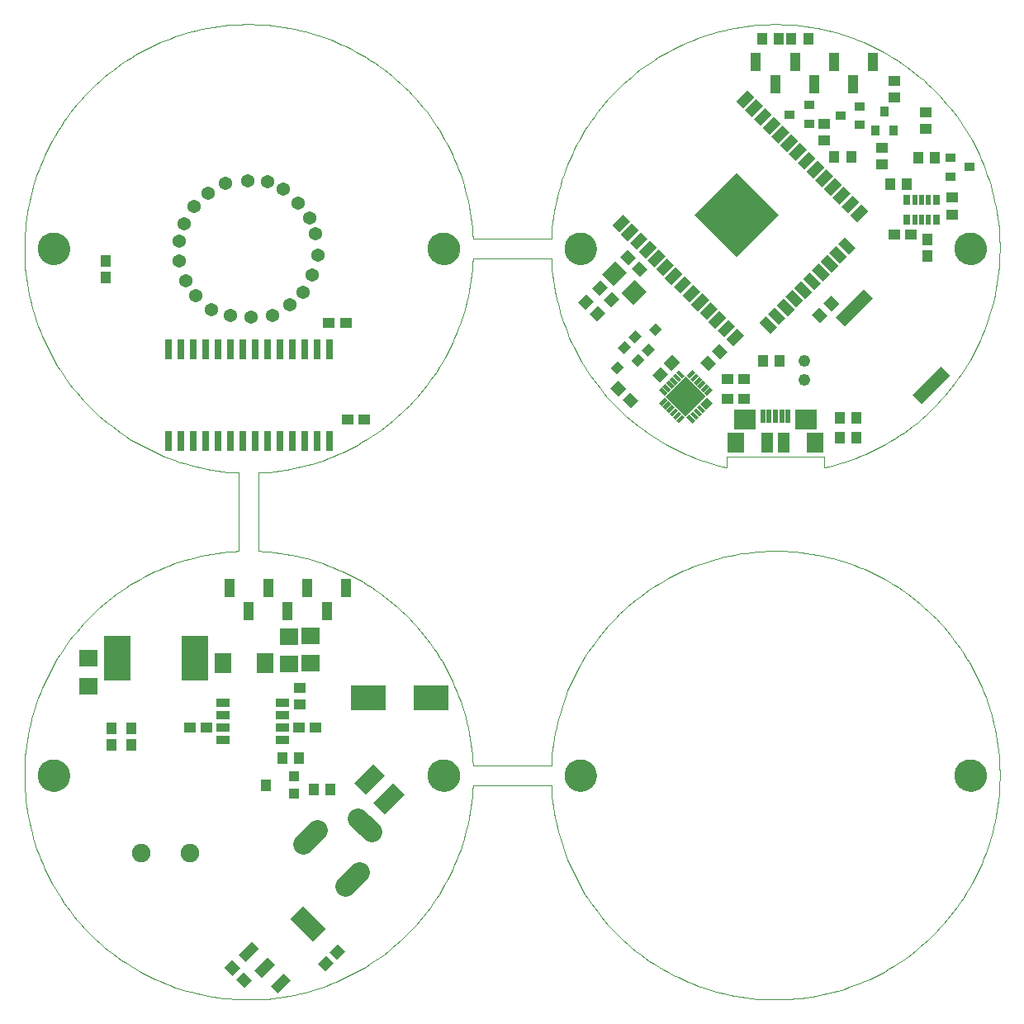
<source format=gts>
G75*
%MOIN*%
%OFA0B0*%
%FSLAX25Y25*%
%IPPOS*%
%LPD*%
%AMOC8*
5,1,8,0,0,1.08239X$1,22.5*
%
%ADD10C,0.00000*%
%ADD11C,0.12998*%
%ADD12R,0.04337X0.04731*%
%ADD13R,0.01975X0.05715*%
%ADD14R,0.08668X0.08274*%
%ADD15R,0.05124X0.07880*%
%ADD16R,0.06699X0.07880*%
%ADD17C,0.05400*%
%ADD18R,0.06699X0.11030*%
%ADD19R,0.07487X0.06699*%
%ADD20R,0.03943X0.04731*%
%ADD21R,0.03943X0.04337*%
%ADD22R,0.07290X0.04140*%
%ADD23R,0.12998X0.07290*%
%ADD24R,0.03904X0.07683*%
%ADD25R,0.04731X0.04337*%
%ADD26R,0.03550X0.03943*%
%ADD27R,0.03943X0.06306*%
%ADD28R,0.24022X0.24022*%
%ADD29R,0.10636X0.18117*%
%ADD30R,0.05400X0.03235*%
%ADD31R,0.07498X0.06699*%
%ADD32R,0.03353X0.01581*%
%ADD33R,0.11424X0.11424*%
%ADD34C,0.08274*%
%ADD35R,0.06699X0.07487*%
%ADD36R,0.05124X0.16148*%
%ADD37C,0.04762*%
%ADD38R,0.14180X0.10243*%
%ADD39R,0.02762X0.08274*%
%ADD40R,0.03943X0.03550*%
%ADD41C,0.07487*%
%ADD42R,0.01975X0.03943*%
%ADD43R,0.03156X0.03943*%
D10*
X0050350Y0092616D02*
X0050352Y0092774D01*
X0050358Y0092932D01*
X0050368Y0093090D01*
X0050382Y0093248D01*
X0050400Y0093405D01*
X0050421Y0093562D01*
X0050447Y0093718D01*
X0050477Y0093874D01*
X0050510Y0094029D01*
X0050548Y0094182D01*
X0050589Y0094335D01*
X0050634Y0094487D01*
X0050683Y0094638D01*
X0050736Y0094787D01*
X0050792Y0094935D01*
X0050852Y0095081D01*
X0050916Y0095226D01*
X0050984Y0095369D01*
X0051055Y0095511D01*
X0051129Y0095651D01*
X0051207Y0095788D01*
X0051289Y0095924D01*
X0051373Y0096058D01*
X0051462Y0096189D01*
X0051553Y0096318D01*
X0051648Y0096445D01*
X0051745Y0096570D01*
X0051846Y0096692D01*
X0051950Y0096811D01*
X0052057Y0096928D01*
X0052167Y0097042D01*
X0052280Y0097153D01*
X0052395Y0097262D01*
X0052513Y0097367D01*
X0052634Y0097469D01*
X0052757Y0097569D01*
X0052883Y0097665D01*
X0053011Y0097758D01*
X0053141Y0097848D01*
X0053274Y0097934D01*
X0053409Y0098018D01*
X0053545Y0098097D01*
X0053684Y0098174D01*
X0053825Y0098246D01*
X0053967Y0098316D01*
X0054111Y0098381D01*
X0054257Y0098443D01*
X0054404Y0098501D01*
X0054553Y0098556D01*
X0054703Y0098607D01*
X0054854Y0098654D01*
X0055006Y0098697D01*
X0055159Y0098736D01*
X0055314Y0098772D01*
X0055469Y0098803D01*
X0055625Y0098831D01*
X0055781Y0098855D01*
X0055938Y0098875D01*
X0056096Y0098891D01*
X0056253Y0098903D01*
X0056412Y0098911D01*
X0056570Y0098915D01*
X0056728Y0098915D01*
X0056886Y0098911D01*
X0057045Y0098903D01*
X0057202Y0098891D01*
X0057360Y0098875D01*
X0057517Y0098855D01*
X0057673Y0098831D01*
X0057829Y0098803D01*
X0057984Y0098772D01*
X0058139Y0098736D01*
X0058292Y0098697D01*
X0058444Y0098654D01*
X0058595Y0098607D01*
X0058745Y0098556D01*
X0058894Y0098501D01*
X0059041Y0098443D01*
X0059187Y0098381D01*
X0059331Y0098316D01*
X0059473Y0098246D01*
X0059614Y0098174D01*
X0059753Y0098097D01*
X0059889Y0098018D01*
X0060024Y0097934D01*
X0060157Y0097848D01*
X0060287Y0097758D01*
X0060415Y0097665D01*
X0060541Y0097569D01*
X0060664Y0097469D01*
X0060785Y0097367D01*
X0060903Y0097262D01*
X0061018Y0097153D01*
X0061131Y0097042D01*
X0061241Y0096928D01*
X0061348Y0096811D01*
X0061452Y0096692D01*
X0061553Y0096570D01*
X0061650Y0096445D01*
X0061745Y0096318D01*
X0061836Y0096189D01*
X0061925Y0096058D01*
X0062009Y0095924D01*
X0062091Y0095788D01*
X0062169Y0095651D01*
X0062243Y0095511D01*
X0062314Y0095369D01*
X0062382Y0095226D01*
X0062446Y0095081D01*
X0062506Y0094935D01*
X0062562Y0094787D01*
X0062615Y0094638D01*
X0062664Y0094487D01*
X0062709Y0094335D01*
X0062750Y0094182D01*
X0062788Y0094029D01*
X0062821Y0093874D01*
X0062851Y0093718D01*
X0062877Y0093562D01*
X0062898Y0093405D01*
X0062916Y0093248D01*
X0062930Y0093090D01*
X0062940Y0092932D01*
X0062946Y0092774D01*
X0062948Y0092616D01*
X0062946Y0092458D01*
X0062940Y0092300D01*
X0062930Y0092142D01*
X0062916Y0091984D01*
X0062898Y0091827D01*
X0062877Y0091670D01*
X0062851Y0091514D01*
X0062821Y0091358D01*
X0062788Y0091203D01*
X0062750Y0091050D01*
X0062709Y0090897D01*
X0062664Y0090745D01*
X0062615Y0090594D01*
X0062562Y0090445D01*
X0062506Y0090297D01*
X0062446Y0090151D01*
X0062382Y0090006D01*
X0062314Y0089863D01*
X0062243Y0089721D01*
X0062169Y0089581D01*
X0062091Y0089444D01*
X0062009Y0089308D01*
X0061925Y0089174D01*
X0061836Y0089043D01*
X0061745Y0088914D01*
X0061650Y0088787D01*
X0061553Y0088662D01*
X0061452Y0088540D01*
X0061348Y0088421D01*
X0061241Y0088304D01*
X0061131Y0088190D01*
X0061018Y0088079D01*
X0060903Y0087970D01*
X0060785Y0087865D01*
X0060664Y0087763D01*
X0060541Y0087663D01*
X0060415Y0087567D01*
X0060287Y0087474D01*
X0060157Y0087384D01*
X0060024Y0087298D01*
X0059889Y0087214D01*
X0059753Y0087135D01*
X0059614Y0087058D01*
X0059473Y0086986D01*
X0059331Y0086916D01*
X0059187Y0086851D01*
X0059041Y0086789D01*
X0058894Y0086731D01*
X0058745Y0086676D01*
X0058595Y0086625D01*
X0058444Y0086578D01*
X0058292Y0086535D01*
X0058139Y0086496D01*
X0057984Y0086460D01*
X0057829Y0086429D01*
X0057673Y0086401D01*
X0057517Y0086377D01*
X0057360Y0086357D01*
X0057202Y0086341D01*
X0057045Y0086329D01*
X0056886Y0086321D01*
X0056728Y0086317D01*
X0056570Y0086317D01*
X0056412Y0086321D01*
X0056253Y0086329D01*
X0056096Y0086341D01*
X0055938Y0086357D01*
X0055781Y0086377D01*
X0055625Y0086401D01*
X0055469Y0086429D01*
X0055314Y0086460D01*
X0055159Y0086496D01*
X0055006Y0086535D01*
X0054854Y0086578D01*
X0054703Y0086625D01*
X0054553Y0086676D01*
X0054404Y0086731D01*
X0054257Y0086789D01*
X0054111Y0086851D01*
X0053967Y0086916D01*
X0053825Y0086986D01*
X0053684Y0087058D01*
X0053545Y0087135D01*
X0053409Y0087214D01*
X0053274Y0087298D01*
X0053141Y0087384D01*
X0053011Y0087474D01*
X0052883Y0087567D01*
X0052757Y0087663D01*
X0052634Y0087763D01*
X0052513Y0087865D01*
X0052395Y0087970D01*
X0052280Y0088079D01*
X0052167Y0088190D01*
X0052057Y0088304D01*
X0051950Y0088421D01*
X0051846Y0088540D01*
X0051745Y0088662D01*
X0051648Y0088787D01*
X0051553Y0088914D01*
X0051462Y0089043D01*
X0051373Y0089174D01*
X0051289Y0089308D01*
X0051207Y0089444D01*
X0051129Y0089581D01*
X0051055Y0089721D01*
X0050984Y0089863D01*
X0050916Y0090006D01*
X0050852Y0090151D01*
X0050792Y0090297D01*
X0050736Y0090445D01*
X0050683Y0090594D01*
X0050634Y0090745D01*
X0050589Y0090897D01*
X0050548Y0091050D01*
X0050510Y0091203D01*
X0050477Y0091358D01*
X0050447Y0091514D01*
X0050421Y0091670D01*
X0050400Y0091827D01*
X0050382Y0091984D01*
X0050368Y0092142D01*
X0050358Y0092300D01*
X0050352Y0092458D01*
X0050350Y0092616D01*
X0139326Y0183081D02*
X0141525Y0182959D01*
X0143721Y0182783D01*
X0145911Y0182554D01*
X0148096Y0182271D01*
X0150273Y0181935D01*
X0152441Y0181547D01*
X0154599Y0181106D01*
X0156745Y0180613D01*
X0158879Y0180067D01*
X0160999Y0179470D01*
X0163104Y0178821D01*
X0165193Y0178122D01*
X0167264Y0177372D01*
X0169316Y0176571D01*
X0171348Y0175721D01*
X0173358Y0174822D01*
X0175346Y0173874D01*
X0177311Y0172878D01*
X0179251Y0171835D01*
X0181165Y0170745D01*
X0183051Y0169608D01*
X0184910Y0168426D01*
X0186739Y0167199D01*
X0188538Y0165928D01*
X0190305Y0164614D01*
X0192040Y0163257D01*
X0193742Y0161858D01*
X0195409Y0160418D01*
X0197040Y0158938D01*
X0198635Y0157419D01*
X0200192Y0155862D01*
X0201711Y0154267D01*
X0203191Y0152636D01*
X0204631Y0150969D01*
X0206030Y0149267D01*
X0207387Y0147532D01*
X0208701Y0145765D01*
X0209972Y0143966D01*
X0211199Y0142137D01*
X0212381Y0140278D01*
X0213518Y0138392D01*
X0214608Y0136478D01*
X0215651Y0134538D01*
X0216647Y0132573D01*
X0217595Y0130585D01*
X0218494Y0128575D01*
X0219344Y0126543D01*
X0220145Y0124491D01*
X0220895Y0122420D01*
X0221594Y0120331D01*
X0222243Y0118226D01*
X0222840Y0116106D01*
X0223386Y0113972D01*
X0223879Y0111826D01*
X0224320Y0109668D01*
X0224708Y0107500D01*
X0225044Y0105323D01*
X0225327Y0103138D01*
X0225556Y0100948D01*
X0225732Y0098752D01*
X0225854Y0096553D01*
X0225855Y0096554D02*
X0257522Y0096554D01*
X0257522Y0088679D02*
X0225855Y0088679D01*
X0207830Y0092616D02*
X0207832Y0092774D01*
X0207838Y0092932D01*
X0207848Y0093090D01*
X0207862Y0093248D01*
X0207880Y0093405D01*
X0207901Y0093562D01*
X0207927Y0093718D01*
X0207957Y0093874D01*
X0207990Y0094029D01*
X0208028Y0094182D01*
X0208069Y0094335D01*
X0208114Y0094487D01*
X0208163Y0094638D01*
X0208216Y0094787D01*
X0208272Y0094935D01*
X0208332Y0095081D01*
X0208396Y0095226D01*
X0208464Y0095369D01*
X0208535Y0095511D01*
X0208609Y0095651D01*
X0208687Y0095788D01*
X0208769Y0095924D01*
X0208853Y0096058D01*
X0208942Y0096189D01*
X0209033Y0096318D01*
X0209128Y0096445D01*
X0209225Y0096570D01*
X0209326Y0096692D01*
X0209430Y0096811D01*
X0209537Y0096928D01*
X0209647Y0097042D01*
X0209760Y0097153D01*
X0209875Y0097262D01*
X0209993Y0097367D01*
X0210114Y0097469D01*
X0210237Y0097569D01*
X0210363Y0097665D01*
X0210491Y0097758D01*
X0210621Y0097848D01*
X0210754Y0097934D01*
X0210889Y0098018D01*
X0211025Y0098097D01*
X0211164Y0098174D01*
X0211305Y0098246D01*
X0211447Y0098316D01*
X0211591Y0098381D01*
X0211737Y0098443D01*
X0211884Y0098501D01*
X0212033Y0098556D01*
X0212183Y0098607D01*
X0212334Y0098654D01*
X0212486Y0098697D01*
X0212639Y0098736D01*
X0212794Y0098772D01*
X0212949Y0098803D01*
X0213105Y0098831D01*
X0213261Y0098855D01*
X0213418Y0098875D01*
X0213576Y0098891D01*
X0213733Y0098903D01*
X0213892Y0098911D01*
X0214050Y0098915D01*
X0214208Y0098915D01*
X0214366Y0098911D01*
X0214525Y0098903D01*
X0214682Y0098891D01*
X0214840Y0098875D01*
X0214997Y0098855D01*
X0215153Y0098831D01*
X0215309Y0098803D01*
X0215464Y0098772D01*
X0215619Y0098736D01*
X0215772Y0098697D01*
X0215924Y0098654D01*
X0216075Y0098607D01*
X0216225Y0098556D01*
X0216374Y0098501D01*
X0216521Y0098443D01*
X0216667Y0098381D01*
X0216811Y0098316D01*
X0216953Y0098246D01*
X0217094Y0098174D01*
X0217233Y0098097D01*
X0217369Y0098018D01*
X0217504Y0097934D01*
X0217637Y0097848D01*
X0217767Y0097758D01*
X0217895Y0097665D01*
X0218021Y0097569D01*
X0218144Y0097469D01*
X0218265Y0097367D01*
X0218383Y0097262D01*
X0218498Y0097153D01*
X0218611Y0097042D01*
X0218721Y0096928D01*
X0218828Y0096811D01*
X0218932Y0096692D01*
X0219033Y0096570D01*
X0219130Y0096445D01*
X0219225Y0096318D01*
X0219316Y0096189D01*
X0219405Y0096058D01*
X0219489Y0095924D01*
X0219571Y0095788D01*
X0219649Y0095651D01*
X0219723Y0095511D01*
X0219794Y0095369D01*
X0219862Y0095226D01*
X0219926Y0095081D01*
X0219986Y0094935D01*
X0220042Y0094787D01*
X0220095Y0094638D01*
X0220144Y0094487D01*
X0220189Y0094335D01*
X0220230Y0094182D01*
X0220268Y0094029D01*
X0220301Y0093874D01*
X0220331Y0093718D01*
X0220357Y0093562D01*
X0220378Y0093405D01*
X0220396Y0093248D01*
X0220410Y0093090D01*
X0220420Y0092932D01*
X0220426Y0092774D01*
X0220428Y0092616D01*
X0220426Y0092458D01*
X0220420Y0092300D01*
X0220410Y0092142D01*
X0220396Y0091984D01*
X0220378Y0091827D01*
X0220357Y0091670D01*
X0220331Y0091514D01*
X0220301Y0091358D01*
X0220268Y0091203D01*
X0220230Y0091050D01*
X0220189Y0090897D01*
X0220144Y0090745D01*
X0220095Y0090594D01*
X0220042Y0090445D01*
X0219986Y0090297D01*
X0219926Y0090151D01*
X0219862Y0090006D01*
X0219794Y0089863D01*
X0219723Y0089721D01*
X0219649Y0089581D01*
X0219571Y0089444D01*
X0219489Y0089308D01*
X0219405Y0089174D01*
X0219316Y0089043D01*
X0219225Y0088914D01*
X0219130Y0088787D01*
X0219033Y0088662D01*
X0218932Y0088540D01*
X0218828Y0088421D01*
X0218721Y0088304D01*
X0218611Y0088190D01*
X0218498Y0088079D01*
X0218383Y0087970D01*
X0218265Y0087865D01*
X0218144Y0087763D01*
X0218021Y0087663D01*
X0217895Y0087567D01*
X0217767Y0087474D01*
X0217637Y0087384D01*
X0217504Y0087298D01*
X0217369Y0087214D01*
X0217233Y0087135D01*
X0217094Y0087058D01*
X0216953Y0086986D01*
X0216811Y0086916D01*
X0216667Y0086851D01*
X0216521Y0086789D01*
X0216374Y0086731D01*
X0216225Y0086676D01*
X0216075Y0086625D01*
X0215924Y0086578D01*
X0215772Y0086535D01*
X0215619Y0086496D01*
X0215464Y0086460D01*
X0215309Y0086429D01*
X0215153Y0086401D01*
X0214997Y0086377D01*
X0214840Y0086357D01*
X0214682Y0086341D01*
X0214525Y0086329D01*
X0214366Y0086321D01*
X0214208Y0086317D01*
X0214050Y0086317D01*
X0213892Y0086321D01*
X0213733Y0086329D01*
X0213576Y0086341D01*
X0213418Y0086357D01*
X0213261Y0086377D01*
X0213105Y0086401D01*
X0212949Y0086429D01*
X0212794Y0086460D01*
X0212639Y0086496D01*
X0212486Y0086535D01*
X0212334Y0086578D01*
X0212183Y0086625D01*
X0212033Y0086676D01*
X0211884Y0086731D01*
X0211737Y0086789D01*
X0211591Y0086851D01*
X0211447Y0086916D01*
X0211305Y0086986D01*
X0211164Y0087058D01*
X0211025Y0087135D01*
X0210889Y0087214D01*
X0210754Y0087298D01*
X0210621Y0087384D01*
X0210491Y0087474D01*
X0210363Y0087567D01*
X0210237Y0087663D01*
X0210114Y0087763D01*
X0209993Y0087865D01*
X0209875Y0087970D01*
X0209760Y0088079D01*
X0209647Y0088190D01*
X0209537Y0088304D01*
X0209430Y0088421D01*
X0209326Y0088540D01*
X0209225Y0088662D01*
X0209128Y0088787D01*
X0209033Y0088914D01*
X0208942Y0089043D01*
X0208853Y0089174D01*
X0208769Y0089308D01*
X0208687Y0089444D01*
X0208609Y0089581D01*
X0208535Y0089721D01*
X0208464Y0089863D01*
X0208396Y0090006D01*
X0208332Y0090151D01*
X0208272Y0090297D01*
X0208216Y0090445D01*
X0208163Y0090594D01*
X0208114Y0090745D01*
X0208069Y0090897D01*
X0208028Y0091050D01*
X0207990Y0091203D01*
X0207957Y0091358D01*
X0207927Y0091514D01*
X0207901Y0091670D01*
X0207880Y0091827D01*
X0207862Y0091984D01*
X0207848Y0092142D01*
X0207838Y0092300D01*
X0207832Y0092458D01*
X0207830Y0092616D01*
X0262948Y0092616D02*
X0262950Y0092774D01*
X0262956Y0092932D01*
X0262966Y0093090D01*
X0262980Y0093248D01*
X0262998Y0093405D01*
X0263019Y0093562D01*
X0263045Y0093718D01*
X0263075Y0093874D01*
X0263108Y0094029D01*
X0263146Y0094182D01*
X0263187Y0094335D01*
X0263232Y0094487D01*
X0263281Y0094638D01*
X0263334Y0094787D01*
X0263390Y0094935D01*
X0263450Y0095081D01*
X0263514Y0095226D01*
X0263582Y0095369D01*
X0263653Y0095511D01*
X0263727Y0095651D01*
X0263805Y0095788D01*
X0263887Y0095924D01*
X0263971Y0096058D01*
X0264060Y0096189D01*
X0264151Y0096318D01*
X0264246Y0096445D01*
X0264343Y0096570D01*
X0264444Y0096692D01*
X0264548Y0096811D01*
X0264655Y0096928D01*
X0264765Y0097042D01*
X0264878Y0097153D01*
X0264993Y0097262D01*
X0265111Y0097367D01*
X0265232Y0097469D01*
X0265355Y0097569D01*
X0265481Y0097665D01*
X0265609Y0097758D01*
X0265739Y0097848D01*
X0265872Y0097934D01*
X0266007Y0098018D01*
X0266143Y0098097D01*
X0266282Y0098174D01*
X0266423Y0098246D01*
X0266565Y0098316D01*
X0266709Y0098381D01*
X0266855Y0098443D01*
X0267002Y0098501D01*
X0267151Y0098556D01*
X0267301Y0098607D01*
X0267452Y0098654D01*
X0267604Y0098697D01*
X0267757Y0098736D01*
X0267912Y0098772D01*
X0268067Y0098803D01*
X0268223Y0098831D01*
X0268379Y0098855D01*
X0268536Y0098875D01*
X0268694Y0098891D01*
X0268851Y0098903D01*
X0269010Y0098911D01*
X0269168Y0098915D01*
X0269326Y0098915D01*
X0269484Y0098911D01*
X0269643Y0098903D01*
X0269800Y0098891D01*
X0269958Y0098875D01*
X0270115Y0098855D01*
X0270271Y0098831D01*
X0270427Y0098803D01*
X0270582Y0098772D01*
X0270737Y0098736D01*
X0270890Y0098697D01*
X0271042Y0098654D01*
X0271193Y0098607D01*
X0271343Y0098556D01*
X0271492Y0098501D01*
X0271639Y0098443D01*
X0271785Y0098381D01*
X0271929Y0098316D01*
X0272071Y0098246D01*
X0272212Y0098174D01*
X0272351Y0098097D01*
X0272487Y0098018D01*
X0272622Y0097934D01*
X0272755Y0097848D01*
X0272885Y0097758D01*
X0273013Y0097665D01*
X0273139Y0097569D01*
X0273262Y0097469D01*
X0273383Y0097367D01*
X0273501Y0097262D01*
X0273616Y0097153D01*
X0273729Y0097042D01*
X0273839Y0096928D01*
X0273946Y0096811D01*
X0274050Y0096692D01*
X0274151Y0096570D01*
X0274248Y0096445D01*
X0274343Y0096318D01*
X0274434Y0096189D01*
X0274523Y0096058D01*
X0274607Y0095924D01*
X0274689Y0095788D01*
X0274767Y0095651D01*
X0274841Y0095511D01*
X0274912Y0095369D01*
X0274980Y0095226D01*
X0275044Y0095081D01*
X0275104Y0094935D01*
X0275160Y0094787D01*
X0275213Y0094638D01*
X0275262Y0094487D01*
X0275307Y0094335D01*
X0275348Y0094182D01*
X0275386Y0094029D01*
X0275419Y0093874D01*
X0275449Y0093718D01*
X0275475Y0093562D01*
X0275496Y0093405D01*
X0275514Y0093248D01*
X0275528Y0093090D01*
X0275538Y0092932D01*
X0275544Y0092774D01*
X0275546Y0092616D01*
X0275544Y0092458D01*
X0275538Y0092300D01*
X0275528Y0092142D01*
X0275514Y0091984D01*
X0275496Y0091827D01*
X0275475Y0091670D01*
X0275449Y0091514D01*
X0275419Y0091358D01*
X0275386Y0091203D01*
X0275348Y0091050D01*
X0275307Y0090897D01*
X0275262Y0090745D01*
X0275213Y0090594D01*
X0275160Y0090445D01*
X0275104Y0090297D01*
X0275044Y0090151D01*
X0274980Y0090006D01*
X0274912Y0089863D01*
X0274841Y0089721D01*
X0274767Y0089581D01*
X0274689Y0089444D01*
X0274607Y0089308D01*
X0274523Y0089174D01*
X0274434Y0089043D01*
X0274343Y0088914D01*
X0274248Y0088787D01*
X0274151Y0088662D01*
X0274050Y0088540D01*
X0273946Y0088421D01*
X0273839Y0088304D01*
X0273729Y0088190D01*
X0273616Y0088079D01*
X0273501Y0087970D01*
X0273383Y0087865D01*
X0273262Y0087763D01*
X0273139Y0087663D01*
X0273013Y0087567D01*
X0272885Y0087474D01*
X0272755Y0087384D01*
X0272622Y0087298D01*
X0272487Y0087214D01*
X0272351Y0087135D01*
X0272212Y0087058D01*
X0272071Y0086986D01*
X0271929Y0086916D01*
X0271785Y0086851D01*
X0271639Y0086789D01*
X0271492Y0086731D01*
X0271343Y0086676D01*
X0271193Y0086625D01*
X0271042Y0086578D01*
X0270890Y0086535D01*
X0270737Y0086496D01*
X0270582Y0086460D01*
X0270427Y0086429D01*
X0270271Y0086401D01*
X0270115Y0086377D01*
X0269958Y0086357D01*
X0269800Y0086341D01*
X0269643Y0086329D01*
X0269484Y0086321D01*
X0269326Y0086317D01*
X0269168Y0086317D01*
X0269010Y0086321D01*
X0268851Y0086329D01*
X0268694Y0086341D01*
X0268536Y0086357D01*
X0268379Y0086377D01*
X0268223Y0086401D01*
X0268067Y0086429D01*
X0267912Y0086460D01*
X0267757Y0086496D01*
X0267604Y0086535D01*
X0267452Y0086578D01*
X0267301Y0086625D01*
X0267151Y0086676D01*
X0267002Y0086731D01*
X0266855Y0086789D01*
X0266709Y0086851D01*
X0266565Y0086916D01*
X0266423Y0086986D01*
X0266282Y0087058D01*
X0266143Y0087135D01*
X0266007Y0087214D01*
X0265872Y0087298D01*
X0265739Y0087384D01*
X0265609Y0087474D01*
X0265481Y0087567D01*
X0265355Y0087663D01*
X0265232Y0087763D01*
X0265111Y0087865D01*
X0264993Y0087970D01*
X0264878Y0088079D01*
X0264765Y0088190D01*
X0264655Y0088304D01*
X0264548Y0088421D01*
X0264444Y0088540D01*
X0264343Y0088662D01*
X0264246Y0088787D01*
X0264151Y0088914D01*
X0264060Y0089043D01*
X0263971Y0089174D01*
X0263887Y0089308D01*
X0263805Y0089444D01*
X0263727Y0089581D01*
X0263653Y0089721D01*
X0263582Y0089863D01*
X0263514Y0090006D01*
X0263450Y0090151D01*
X0263390Y0090297D01*
X0263334Y0090445D01*
X0263281Y0090594D01*
X0263232Y0090745D01*
X0263187Y0090897D01*
X0263146Y0091050D01*
X0263108Y0091203D01*
X0263075Y0091358D01*
X0263045Y0091514D01*
X0263019Y0091670D01*
X0262998Y0091827D01*
X0262980Y0091984D01*
X0262966Y0092142D01*
X0262956Y0092300D01*
X0262950Y0092458D01*
X0262948Y0092616D01*
X0257523Y0088679D02*
X0257646Y0086465D01*
X0257824Y0084254D01*
X0258056Y0082049D01*
X0258341Y0079850D01*
X0258681Y0077658D01*
X0259074Y0075476D01*
X0259520Y0073304D01*
X0260020Y0071143D01*
X0260572Y0068995D01*
X0261177Y0066862D01*
X0261833Y0064743D01*
X0262542Y0062642D01*
X0263302Y0060558D01*
X0264112Y0058494D01*
X0264973Y0056450D01*
X0265883Y0054428D01*
X0266843Y0052429D01*
X0267851Y0050454D01*
X0268908Y0048504D01*
X0270012Y0046581D01*
X0271163Y0044685D01*
X0272359Y0042818D01*
X0273602Y0040981D01*
X0274888Y0039175D01*
X0276219Y0037401D01*
X0277593Y0035660D01*
X0279008Y0033953D01*
X0280466Y0032282D01*
X0281963Y0030646D01*
X0283501Y0029048D01*
X0285077Y0027488D01*
X0286691Y0025967D01*
X0288341Y0024486D01*
X0290027Y0023046D01*
X0291748Y0021647D01*
X0293503Y0020291D01*
X0295291Y0018979D01*
X0297110Y0017710D01*
X0298959Y0016487D01*
X0300838Y0015309D01*
X0302746Y0014177D01*
X0304680Y0013093D01*
X0306640Y0012056D01*
X0308626Y0011068D01*
X0310634Y0010128D01*
X0312666Y0009238D01*
X0314718Y0008399D01*
X0316790Y0007609D01*
X0318881Y0006871D01*
X0320990Y0006183D01*
X0323115Y0005548D01*
X0325254Y0004965D01*
X0327407Y0004435D01*
X0329573Y0003957D01*
X0331750Y0003533D01*
X0333936Y0003162D01*
X0336131Y0002845D01*
X0338333Y0002581D01*
X0340540Y0002372D01*
X0342753Y0002216D01*
X0344968Y0002115D01*
X0347185Y0002069D01*
X0349403Y0002076D01*
X0351619Y0002138D01*
X0353834Y0002254D01*
X0356045Y0002424D01*
X0358251Y0002649D01*
X0360451Y0002927D01*
X0362644Y0003259D01*
X0364828Y0003645D01*
X0367002Y0004084D01*
X0369164Y0004576D01*
X0371313Y0005121D01*
X0373449Y0005718D01*
X0375569Y0006368D01*
X0377673Y0007069D01*
X0379759Y0007822D01*
X0381826Y0008625D01*
X0383873Y0009479D01*
X0385898Y0010383D01*
X0387900Y0011336D01*
X0389879Y0012338D01*
X0391832Y0013387D01*
X0393759Y0014485D01*
X0395659Y0015629D01*
X0397530Y0016820D01*
X0399371Y0018056D01*
X0401182Y0019336D01*
X0402960Y0020661D01*
X0404706Y0022029D01*
X0406417Y0023439D01*
X0408094Y0024890D01*
X0409734Y0026382D01*
X0411338Y0027914D01*
X0412903Y0029485D01*
X0414430Y0031094D01*
X0415916Y0032739D01*
X0417362Y0034421D01*
X0418767Y0036137D01*
X0420128Y0037887D01*
X0421447Y0039670D01*
X0422722Y0041485D01*
X0423951Y0043330D01*
X0425135Y0045205D01*
X0426273Y0047109D01*
X0427364Y0049040D01*
X0428408Y0050997D01*
X0429403Y0052978D01*
X0430349Y0054984D01*
X0431246Y0057012D01*
X0432093Y0059062D01*
X0432889Y0061131D01*
X0433635Y0063220D01*
X0434329Y0065326D01*
X0434971Y0067449D01*
X0435561Y0069586D01*
X0436099Y0071738D01*
X0436584Y0073902D01*
X0437016Y0076077D01*
X0437394Y0078262D01*
X0437719Y0080456D01*
X0437990Y0082657D01*
X0438207Y0084864D01*
X0438369Y0087075D01*
X0438478Y0089290D01*
X0438532Y0091507D01*
X0438532Y0093725D01*
X0438478Y0095942D01*
X0438369Y0098157D01*
X0438207Y0100368D01*
X0437990Y0102575D01*
X0437719Y0104776D01*
X0437394Y0106970D01*
X0437016Y0109155D01*
X0436584Y0111330D01*
X0436099Y0113494D01*
X0435561Y0115646D01*
X0434971Y0117783D01*
X0434329Y0119906D01*
X0433635Y0122012D01*
X0432889Y0124101D01*
X0432093Y0126170D01*
X0431246Y0128220D01*
X0430349Y0130248D01*
X0429403Y0132254D01*
X0428408Y0134235D01*
X0427364Y0136192D01*
X0426273Y0138123D01*
X0425135Y0140027D01*
X0423951Y0141902D01*
X0422722Y0143747D01*
X0421447Y0145562D01*
X0420128Y0147345D01*
X0418767Y0149095D01*
X0417362Y0150811D01*
X0415916Y0152493D01*
X0414430Y0154138D01*
X0412903Y0155747D01*
X0411338Y0157318D01*
X0409734Y0158850D01*
X0408094Y0160342D01*
X0406417Y0161793D01*
X0404706Y0163203D01*
X0402960Y0164571D01*
X0401182Y0165896D01*
X0399371Y0167176D01*
X0397530Y0168412D01*
X0395659Y0169603D01*
X0393759Y0170747D01*
X0391832Y0171845D01*
X0389879Y0172894D01*
X0387900Y0173896D01*
X0385898Y0174849D01*
X0383873Y0175753D01*
X0381826Y0176607D01*
X0379759Y0177410D01*
X0377673Y0178163D01*
X0375569Y0178864D01*
X0373449Y0179514D01*
X0371313Y0180111D01*
X0369164Y0180656D01*
X0367002Y0181148D01*
X0364828Y0181587D01*
X0362644Y0181973D01*
X0360451Y0182305D01*
X0358251Y0182583D01*
X0356045Y0182808D01*
X0353834Y0182978D01*
X0351619Y0183094D01*
X0349403Y0183156D01*
X0347185Y0183163D01*
X0344968Y0183117D01*
X0342753Y0183016D01*
X0340540Y0182860D01*
X0338333Y0182651D01*
X0336131Y0182387D01*
X0333936Y0182070D01*
X0331750Y0181699D01*
X0329573Y0181275D01*
X0327407Y0180797D01*
X0325254Y0180267D01*
X0323115Y0179684D01*
X0320990Y0179049D01*
X0318881Y0178361D01*
X0316790Y0177623D01*
X0314718Y0176833D01*
X0312666Y0175994D01*
X0310634Y0175104D01*
X0308626Y0174164D01*
X0306640Y0173176D01*
X0304680Y0172139D01*
X0302746Y0171055D01*
X0300838Y0169923D01*
X0298959Y0168745D01*
X0297110Y0167522D01*
X0295291Y0166253D01*
X0293503Y0164941D01*
X0291748Y0163585D01*
X0290027Y0162186D01*
X0288341Y0160746D01*
X0286691Y0159265D01*
X0285077Y0157744D01*
X0283501Y0156184D01*
X0281963Y0154586D01*
X0280466Y0152950D01*
X0279008Y0151279D01*
X0277593Y0149572D01*
X0276219Y0147831D01*
X0274888Y0146057D01*
X0273602Y0144251D01*
X0272359Y0142414D01*
X0271163Y0140547D01*
X0270012Y0138651D01*
X0268908Y0136728D01*
X0267851Y0134778D01*
X0266843Y0132803D01*
X0265883Y0130804D01*
X0264973Y0128782D01*
X0264112Y0126738D01*
X0263302Y0124674D01*
X0262542Y0122590D01*
X0261833Y0120489D01*
X0261177Y0118370D01*
X0260572Y0116237D01*
X0260020Y0114089D01*
X0259520Y0111928D01*
X0259074Y0109756D01*
X0258681Y0107574D01*
X0258341Y0105382D01*
X0258056Y0103183D01*
X0257824Y0100978D01*
X0257646Y0098767D01*
X0257523Y0096553D01*
X0139326Y0183082D02*
X0139326Y0214750D01*
X0131452Y0214750D02*
X0131452Y0183082D01*
X0131452Y0183081D02*
X0129239Y0182958D01*
X0127031Y0182780D01*
X0124827Y0182549D01*
X0122629Y0182263D01*
X0120439Y0181924D01*
X0118258Y0181532D01*
X0116088Y0181086D01*
X0113928Y0180587D01*
X0111782Y0180036D01*
X0109650Y0179432D01*
X0107533Y0178776D01*
X0105433Y0178069D01*
X0103351Y0177310D01*
X0101288Y0176501D01*
X0099246Y0175641D01*
X0097225Y0174732D01*
X0095227Y0173773D01*
X0093253Y0172766D01*
X0091304Y0171711D01*
X0089382Y0170609D01*
X0087487Y0169459D01*
X0085621Y0168264D01*
X0083785Y0167024D01*
X0081980Y0165739D01*
X0080206Y0164410D01*
X0078466Y0163038D01*
X0076760Y0161624D01*
X0075089Y0160168D01*
X0073454Y0158673D01*
X0071856Y0157137D01*
X0070296Y0155563D01*
X0068775Y0153952D01*
X0067294Y0152303D01*
X0065854Y0150619D01*
X0064455Y0148900D01*
X0063099Y0147147D01*
X0061786Y0145362D01*
X0060518Y0143545D01*
X0059294Y0141698D01*
X0058116Y0139821D01*
X0056984Y0137916D01*
X0055899Y0135984D01*
X0054861Y0134026D01*
X0053872Y0132043D01*
X0052932Y0130036D01*
X0052041Y0128007D01*
X0051199Y0125957D01*
X0050409Y0123887D01*
X0049669Y0121798D01*
X0048981Y0119691D01*
X0048344Y0117569D01*
X0047759Y0115431D01*
X0047227Y0113280D01*
X0046748Y0111117D01*
X0046322Y0108942D01*
X0045949Y0106758D01*
X0045630Y0104565D01*
X0045364Y0102365D01*
X0045153Y0100159D01*
X0044995Y0097948D01*
X0044892Y0095735D01*
X0044843Y0093519D01*
X0044848Y0091303D01*
X0044907Y0089088D01*
X0045020Y0086875D01*
X0045188Y0084665D01*
X0045409Y0082460D01*
X0045685Y0080262D01*
X0046014Y0078070D01*
X0046397Y0075887D01*
X0046833Y0073715D01*
X0047322Y0071553D01*
X0047863Y0069405D01*
X0048458Y0067270D01*
X0049104Y0065150D01*
X0049802Y0063047D01*
X0050551Y0060961D01*
X0051351Y0058895D01*
X0052201Y0056849D01*
X0053102Y0054824D01*
X0054051Y0052821D01*
X0055049Y0050843D01*
X0056095Y0048889D01*
X0057189Y0046962D01*
X0058330Y0045062D01*
X0059517Y0043191D01*
X0060749Y0041349D01*
X0062026Y0039538D01*
X0063346Y0037758D01*
X0064710Y0036012D01*
X0066117Y0034299D01*
X0067565Y0032622D01*
X0069053Y0030980D01*
X0070581Y0029375D01*
X0072148Y0027808D01*
X0073753Y0026280D01*
X0075395Y0024792D01*
X0077072Y0023344D01*
X0078785Y0021937D01*
X0080531Y0020573D01*
X0082311Y0019253D01*
X0084122Y0017976D01*
X0085964Y0016744D01*
X0087835Y0015557D01*
X0089735Y0014416D01*
X0091662Y0013322D01*
X0093616Y0012276D01*
X0095594Y0011278D01*
X0097597Y0010329D01*
X0099622Y0009428D01*
X0101668Y0008578D01*
X0103734Y0007778D01*
X0105820Y0007029D01*
X0107923Y0006331D01*
X0110043Y0005685D01*
X0112178Y0005090D01*
X0114326Y0004549D01*
X0116488Y0004060D01*
X0118660Y0003624D01*
X0120843Y0003241D01*
X0123035Y0002912D01*
X0125233Y0002636D01*
X0127438Y0002415D01*
X0129648Y0002247D01*
X0131861Y0002134D01*
X0134076Y0002075D01*
X0136292Y0002070D01*
X0138508Y0002119D01*
X0140721Y0002222D01*
X0142932Y0002380D01*
X0145138Y0002591D01*
X0147338Y0002857D01*
X0149531Y0003176D01*
X0151715Y0003549D01*
X0153890Y0003975D01*
X0156053Y0004454D01*
X0158204Y0004986D01*
X0160342Y0005571D01*
X0162464Y0006208D01*
X0164571Y0006896D01*
X0166660Y0007636D01*
X0168730Y0008426D01*
X0170780Y0009268D01*
X0172809Y0010159D01*
X0174816Y0011099D01*
X0176799Y0012088D01*
X0178757Y0013126D01*
X0180689Y0014211D01*
X0182594Y0015343D01*
X0184471Y0016521D01*
X0186318Y0017745D01*
X0188135Y0019013D01*
X0189920Y0020326D01*
X0191673Y0021682D01*
X0193392Y0023081D01*
X0195076Y0024521D01*
X0196725Y0026002D01*
X0198336Y0027523D01*
X0199910Y0029083D01*
X0201446Y0030681D01*
X0202941Y0032316D01*
X0204397Y0033987D01*
X0205811Y0035693D01*
X0207183Y0037433D01*
X0208512Y0039207D01*
X0209797Y0041012D01*
X0211037Y0042848D01*
X0212232Y0044714D01*
X0213382Y0046609D01*
X0214484Y0048531D01*
X0215539Y0050480D01*
X0216546Y0052454D01*
X0217505Y0054452D01*
X0218414Y0056473D01*
X0219274Y0058515D01*
X0220083Y0060578D01*
X0220842Y0062660D01*
X0221549Y0064760D01*
X0222205Y0066877D01*
X0222809Y0069009D01*
X0223360Y0071155D01*
X0223859Y0073315D01*
X0224305Y0075485D01*
X0224697Y0077666D01*
X0225036Y0079856D01*
X0225322Y0082054D01*
X0225553Y0084258D01*
X0225731Y0086466D01*
X0225854Y0088679D01*
X0328302Y0216829D02*
X0328302Y0221357D01*
X0367673Y0221357D01*
X0367673Y0216829D01*
X0328302Y0216830D02*
X0326167Y0217332D01*
X0324044Y0217887D01*
X0321936Y0218492D01*
X0319843Y0219149D01*
X0317767Y0219856D01*
X0315708Y0220613D01*
X0313668Y0221419D01*
X0311648Y0222275D01*
X0309650Y0223180D01*
X0307674Y0224133D01*
X0305722Y0225133D01*
X0303794Y0226180D01*
X0301893Y0227274D01*
X0300018Y0228413D01*
X0298172Y0229598D01*
X0296355Y0230827D01*
X0294568Y0232099D01*
X0292813Y0233415D01*
X0291090Y0234772D01*
X0289400Y0236171D01*
X0287745Y0237610D01*
X0286125Y0239089D01*
X0284542Y0240607D01*
X0282995Y0242163D01*
X0281487Y0243756D01*
X0280018Y0245385D01*
X0278588Y0247049D01*
X0277200Y0248747D01*
X0275853Y0250478D01*
X0274548Y0252241D01*
X0273286Y0254036D01*
X0272069Y0255860D01*
X0270895Y0257714D01*
X0269767Y0259595D01*
X0268685Y0261503D01*
X0267650Y0263437D01*
X0266661Y0265395D01*
X0265721Y0267377D01*
X0264828Y0269381D01*
X0263985Y0271405D01*
X0263190Y0273450D01*
X0262446Y0275514D01*
X0261751Y0277594D01*
X0261108Y0279691D01*
X0260515Y0281803D01*
X0259973Y0283929D01*
X0259484Y0286067D01*
X0259046Y0288217D01*
X0258660Y0290376D01*
X0258327Y0292544D01*
X0258046Y0294720D01*
X0257818Y0296901D01*
X0257644Y0299088D01*
X0257522Y0301278D01*
X0225855Y0301278D01*
X0225855Y0309152D02*
X0257522Y0309152D01*
X0262948Y0305215D02*
X0262950Y0305373D01*
X0262956Y0305531D01*
X0262966Y0305689D01*
X0262980Y0305847D01*
X0262998Y0306004D01*
X0263019Y0306161D01*
X0263045Y0306317D01*
X0263075Y0306473D01*
X0263108Y0306628D01*
X0263146Y0306781D01*
X0263187Y0306934D01*
X0263232Y0307086D01*
X0263281Y0307237D01*
X0263334Y0307386D01*
X0263390Y0307534D01*
X0263450Y0307680D01*
X0263514Y0307825D01*
X0263582Y0307968D01*
X0263653Y0308110D01*
X0263727Y0308250D01*
X0263805Y0308387D01*
X0263887Y0308523D01*
X0263971Y0308657D01*
X0264060Y0308788D01*
X0264151Y0308917D01*
X0264246Y0309044D01*
X0264343Y0309169D01*
X0264444Y0309291D01*
X0264548Y0309410D01*
X0264655Y0309527D01*
X0264765Y0309641D01*
X0264878Y0309752D01*
X0264993Y0309861D01*
X0265111Y0309966D01*
X0265232Y0310068D01*
X0265355Y0310168D01*
X0265481Y0310264D01*
X0265609Y0310357D01*
X0265739Y0310447D01*
X0265872Y0310533D01*
X0266007Y0310617D01*
X0266143Y0310696D01*
X0266282Y0310773D01*
X0266423Y0310845D01*
X0266565Y0310915D01*
X0266709Y0310980D01*
X0266855Y0311042D01*
X0267002Y0311100D01*
X0267151Y0311155D01*
X0267301Y0311206D01*
X0267452Y0311253D01*
X0267604Y0311296D01*
X0267757Y0311335D01*
X0267912Y0311371D01*
X0268067Y0311402D01*
X0268223Y0311430D01*
X0268379Y0311454D01*
X0268536Y0311474D01*
X0268694Y0311490D01*
X0268851Y0311502D01*
X0269010Y0311510D01*
X0269168Y0311514D01*
X0269326Y0311514D01*
X0269484Y0311510D01*
X0269643Y0311502D01*
X0269800Y0311490D01*
X0269958Y0311474D01*
X0270115Y0311454D01*
X0270271Y0311430D01*
X0270427Y0311402D01*
X0270582Y0311371D01*
X0270737Y0311335D01*
X0270890Y0311296D01*
X0271042Y0311253D01*
X0271193Y0311206D01*
X0271343Y0311155D01*
X0271492Y0311100D01*
X0271639Y0311042D01*
X0271785Y0310980D01*
X0271929Y0310915D01*
X0272071Y0310845D01*
X0272212Y0310773D01*
X0272351Y0310696D01*
X0272487Y0310617D01*
X0272622Y0310533D01*
X0272755Y0310447D01*
X0272885Y0310357D01*
X0273013Y0310264D01*
X0273139Y0310168D01*
X0273262Y0310068D01*
X0273383Y0309966D01*
X0273501Y0309861D01*
X0273616Y0309752D01*
X0273729Y0309641D01*
X0273839Y0309527D01*
X0273946Y0309410D01*
X0274050Y0309291D01*
X0274151Y0309169D01*
X0274248Y0309044D01*
X0274343Y0308917D01*
X0274434Y0308788D01*
X0274523Y0308657D01*
X0274607Y0308523D01*
X0274689Y0308387D01*
X0274767Y0308250D01*
X0274841Y0308110D01*
X0274912Y0307968D01*
X0274980Y0307825D01*
X0275044Y0307680D01*
X0275104Y0307534D01*
X0275160Y0307386D01*
X0275213Y0307237D01*
X0275262Y0307086D01*
X0275307Y0306934D01*
X0275348Y0306781D01*
X0275386Y0306628D01*
X0275419Y0306473D01*
X0275449Y0306317D01*
X0275475Y0306161D01*
X0275496Y0306004D01*
X0275514Y0305847D01*
X0275528Y0305689D01*
X0275538Y0305531D01*
X0275544Y0305373D01*
X0275546Y0305215D01*
X0275544Y0305057D01*
X0275538Y0304899D01*
X0275528Y0304741D01*
X0275514Y0304583D01*
X0275496Y0304426D01*
X0275475Y0304269D01*
X0275449Y0304113D01*
X0275419Y0303957D01*
X0275386Y0303802D01*
X0275348Y0303649D01*
X0275307Y0303496D01*
X0275262Y0303344D01*
X0275213Y0303193D01*
X0275160Y0303044D01*
X0275104Y0302896D01*
X0275044Y0302750D01*
X0274980Y0302605D01*
X0274912Y0302462D01*
X0274841Y0302320D01*
X0274767Y0302180D01*
X0274689Y0302043D01*
X0274607Y0301907D01*
X0274523Y0301773D01*
X0274434Y0301642D01*
X0274343Y0301513D01*
X0274248Y0301386D01*
X0274151Y0301261D01*
X0274050Y0301139D01*
X0273946Y0301020D01*
X0273839Y0300903D01*
X0273729Y0300789D01*
X0273616Y0300678D01*
X0273501Y0300569D01*
X0273383Y0300464D01*
X0273262Y0300362D01*
X0273139Y0300262D01*
X0273013Y0300166D01*
X0272885Y0300073D01*
X0272755Y0299983D01*
X0272622Y0299897D01*
X0272487Y0299813D01*
X0272351Y0299734D01*
X0272212Y0299657D01*
X0272071Y0299585D01*
X0271929Y0299515D01*
X0271785Y0299450D01*
X0271639Y0299388D01*
X0271492Y0299330D01*
X0271343Y0299275D01*
X0271193Y0299224D01*
X0271042Y0299177D01*
X0270890Y0299134D01*
X0270737Y0299095D01*
X0270582Y0299059D01*
X0270427Y0299028D01*
X0270271Y0299000D01*
X0270115Y0298976D01*
X0269958Y0298956D01*
X0269800Y0298940D01*
X0269643Y0298928D01*
X0269484Y0298920D01*
X0269326Y0298916D01*
X0269168Y0298916D01*
X0269010Y0298920D01*
X0268851Y0298928D01*
X0268694Y0298940D01*
X0268536Y0298956D01*
X0268379Y0298976D01*
X0268223Y0299000D01*
X0268067Y0299028D01*
X0267912Y0299059D01*
X0267757Y0299095D01*
X0267604Y0299134D01*
X0267452Y0299177D01*
X0267301Y0299224D01*
X0267151Y0299275D01*
X0267002Y0299330D01*
X0266855Y0299388D01*
X0266709Y0299450D01*
X0266565Y0299515D01*
X0266423Y0299585D01*
X0266282Y0299657D01*
X0266143Y0299734D01*
X0266007Y0299813D01*
X0265872Y0299897D01*
X0265739Y0299983D01*
X0265609Y0300073D01*
X0265481Y0300166D01*
X0265355Y0300262D01*
X0265232Y0300362D01*
X0265111Y0300464D01*
X0264993Y0300569D01*
X0264878Y0300678D01*
X0264765Y0300789D01*
X0264655Y0300903D01*
X0264548Y0301020D01*
X0264444Y0301139D01*
X0264343Y0301261D01*
X0264246Y0301386D01*
X0264151Y0301513D01*
X0264060Y0301642D01*
X0263971Y0301773D01*
X0263887Y0301907D01*
X0263805Y0302043D01*
X0263727Y0302180D01*
X0263653Y0302320D01*
X0263582Y0302462D01*
X0263514Y0302605D01*
X0263450Y0302750D01*
X0263390Y0302896D01*
X0263334Y0303044D01*
X0263281Y0303193D01*
X0263232Y0303344D01*
X0263187Y0303496D01*
X0263146Y0303649D01*
X0263108Y0303802D01*
X0263075Y0303957D01*
X0263045Y0304113D01*
X0263019Y0304269D01*
X0262998Y0304426D01*
X0262980Y0304583D01*
X0262966Y0304741D01*
X0262956Y0304899D01*
X0262950Y0305057D01*
X0262948Y0305215D01*
X0207830Y0305215D02*
X0207832Y0305373D01*
X0207838Y0305531D01*
X0207848Y0305689D01*
X0207862Y0305847D01*
X0207880Y0306004D01*
X0207901Y0306161D01*
X0207927Y0306317D01*
X0207957Y0306473D01*
X0207990Y0306628D01*
X0208028Y0306781D01*
X0208069Y0306934D01*
X0208114Y0307086D01*
X0208163Y0307237D01*
X0208216Y0307386D01*
X0208272Y0307534D01*
X0208332Y0307680D01*
X0208396Y0307825D01*
X0208464Y0307968D01*
X0208535Y0308110D01*
X0208609Y0308250D01*
X0208687Y0308387D01*
X0208769Y0308523D01*
X0208853Y0308657D01*
X0208942Y0308788D01*
X0209033Y0308917D01*
X0209128Y0309044D01*
X0209225Y0309169D01*
X0209326Y0309291D01*
X0209430Y0309410D01*
X0209537Y0309527D01*
X0209647Y0309641D01*
X0209760Y0309752D01*
X0209875Y0309861D01*
X0209993Y0309966D01*
X0210114Y0310068D01*
X0210237Y0310168D01*
X0210363Y0310264D01*
X0210491Y0310357D01*
X0210621Y0310447D01*
X0210754Y0310533D01*
X0210889Y0310617D01*
X0211025Y0310696D01*
X0211164Y0310773D01*
X0211305Y0310845D01*
X0211447Y0310915D01*
X0211591Y0310980D01*
X0211737Y0311042D01*
X0211884Y0311100D01*
X0212033Y0311155D01*
X0212183Y0311206D01*
X0212334Y0311253D01*
X0212486Y0311296D01*
X0212639Y0311335D01*
X0212794Y0311371D01*
X0212949Y0311402D01*
X0213105Y0311430D01*
X0213261Y0311454D01*
X0213418Y0311474D01*
X0213576Y0311490D01*
X0213733Y0311502D01*
X0213892Y0311510D01*
X0214050Y0311514D01*
X0214208Y0311514D01*
X0214366Y0311510D01*
X0214525Y0311502D01*
X0214682Y0311490D01*
X0214840Y0311474D01*
X0214997Y0311454D01*
X0215153Y0311430D01*
X0215309Y0311402D01*
X0215464Y0311371D01*
X0215619Y0311335D01*
X0215772Y0311296D01*
X0215924Y0311253D01*
X0216075Y0311206D01*
X0216225Y0311155D01*
X0216374Y0311100D01*
X0216521Y0311042D01*
X0216667Y0310980D01*
X0216811Y0310915D01*
X0216953Y0310845D01*
X0217094Y0310773D01*
X0217233Y0310696D01*
X0217369Y0310617D01*
X0217504Y0310533D01*
X0217637Y0310447D01*
X0217767Y0310357D01*
X0217895Y0310264D01*
X0218021Y0310168D01*
X0218144Y0310068D01*
X0218265Y0309966D01*
X0218383Y0309861D01*
X0218498Y0309752D01*
X0218611Y0309641D01*
X0218721Y0309527D01*
X0218828Y0309410D01*
X0218932Y0309291D01*
X0219033Y0309169D01*
X0219130Y0309044D01*
X0219225Y0308917D01*
X0219316Y0308788D01*
X0219405Y0308657D01*
X0219489Y0308523D01*
X0219571Y0308387D01*
X0219649Y0308250D01*
X0219723Y0308110D01*
X0219794Y0307968D01*
X0219862Y0307825D01*
X0219926Y0307680D01*
X0219986Y0307534D01*
X0220042Y0307386D01*
X0220095Y0307237D01*
X0220144Y0307086D01*
X0220189Y0306934D01*
X0220230Y0306781D01*
X0220268Y0306628D01*
X0220301Y0306473D01*
X0220331Y0306317D01*
X0220357Y0306161D01*
X0220378Y0306004D01*
X0220396Y0305847D01*
X0220410Y0305689D01*
X0220420Y0305531D01*
X0220426Y0305373D01*
X0220428Y0305215D01*
X0220426Y0305057D01*
X0220420Y0304899D01*
X0220410Y0304741D01*
X0220396Y0304583D01*
X0220378Y0304426D01*
X0220357Y0304269D01*
X0220331Y0304113D01*
X0220301Y0303957D01*
X0220268Y0303802D01*
X0220230Y0303649D01*
X0220189Y0303496D01*
X0220144Y0303344D01*
X0220095Y0303193D01*
X0220042Y0303044D01*
X0219986Y0302896D01*
X0219926Y0302750D01*
X0219862Y0302605D01*
X0219794Y0302462D01*
X0219723Y0302320D01*
X0219649Y0302180D01*
X0219571Y0302043D01*
X0219489Y0301907D01*
X0219405Y0301773D01*
X0219316Y0301642D01*
X0219225Y0301513D01*
X0219130Y0301386D01*
X0219033Y0301261D01*
X0218932Y0301139D01*
X0218828Y0301020D01*
X0218721Y0300903D01*
X0218611Y0300789D01*
X0218498Y0300678D01*
X0218383Y0300569D01*
X0218265Y0300464D01*
X0218144Y0300362D01*
X0218021Y0300262D01*
X0217895Y0300166D01*
X0217767Y0300073D01*
X0217637Y0299983D01*
X0217504Y0299897D01*
X0217369Y0299813D01*
X0217233Y0299734D01*
X0217094Y0299657D01*
X0216953Y0299585D01*
X0216811Y0299515D01*
X0216667Y0299450D01*
X0216521Y0299388D01*
X0216374Y0299330D01*
X0216225Y0299275D01*
X0216075Y0299224D01*
X0215924Y0299177D01*
X0215772Y0299134D01*
X0215619Y0299095D01*
X0215464Y0299059D01*
X0215309Y0299028D01*
X0215153Y0299000D01*
X0214997Y0298976D01*
X0214840Y0298956D01*
X0214682Y0298940D01*
X0214525Y0298928D01*
X0214366Y0298920D01*
X0214208Y0298916D01*
X0214050Y0298916D01*
X0213892Y0298920D01*
X0213733Y0298928D01*
X0213576Y0298940D01*
X0213418Y0298956D01*
X0213261Y0298976D01*
X0213105Y0299000D01*
X0212949Y0299028D01*
X0212794Y0299059D01*
X0212639Y0299095D01*
X0212486Y0299134D01*
X0212334Y0299177D01*
X0212183Y0299224D01*
X0212033Y0299275D01*
X0211884Y0299330D01*
X0211737Y0299388D01*
X0211591Y0299450D01*
X0211447Y0299515D01*
X0211305Y0299585D01*
X0211164Y0299657D01*
X0211025Y0299734D01*
X0210889Y0299813D01*
X0210754Y0299897D01*
X0210621Y0299983D01*
X0210491Y0300073D01*
X0210363Y0300166D01*
X0210237Y0300262D01*
X0210114Y0300362D01*
X0209993Y0300464D01*
X0209875Y0300569D01*
X0209760Y0300678D01*
X0209647Y0300789D01*
X0209537Y0300903D01*
X0209430Y0301020D01*
X0209326Y0301139D01*
X0209225Y0301261D01*
X0209128Y0301386D01*
X0209033Y0301513D01*
X0208942Y0301642D01*
X0208853Y0301773D01*
X0208769Y0301907D01*
X0208687Y0302043D01*
X0208609Y0302180D01*
X0208535Y0302320D01*
X0208464Y0302462D01*
X0208396Y0302605D01*
X0208332Y0302750D01*
X0208272Y0302896D01*
X0208216Y0303044D01*
X0208163Y0303193D01*
X0208114Y0303344D01*
X0208069Y0303496D01*
X0208028Y0303649D01*
X0207990Y0303802D01*
X0207957Y0303957D01*
X0207927Y0304113D01*
X0207901Y0304269D01*
X0207880Y0304426D01*
X0207862Y0304583D01*
X0207848Y0304741D01*
X0207838Y0304899D01*
X0207832Y0305057D01*
X0207830Y0305215D01*
X0225854Y0301278D02*
X0225732Y0299079D01*
X0225556Y0296883D01*
X0225327Y0294692D01*
X0225044Y0292508D01*
X0224708Y0290331D01*
X0224320Y0288163D01*
X0223879Y0286005D01*
X0223386Y0283859D01*
X0222840Y0281725D01*
X0222243Y0279605D01*
X0221594Y0277500D01*
X0220895Y0275411D01*
X0220144Y0273340D01*
X0219344Y0271288D01*
X0218494Y0269256D01*
X0217595Y0267246D01*
X0216647Y0265257D01*
X0215651Y0263293D01*
X0214608Y0261353D01*
X0213517Y0259439D01*
X0212381Y0257552D01*
X0211199Y0255694D01*
X0209972Y0253865D01*
X0208701Y0252066D01*
X0207387Y0250298D01*
X0206030Y0248564D01*
X0204631Y0246862D01*
X0203191Y0245195D01*
X0201711Y0243564D01*
X0200192Y0241969D01*
X0198635Y0240412D01*
X0197040Y0238893D01*
X0195408Y0237413D01*
X0193741Y0235973D01*
X0192040Y0234574D01*
X0190305Y0233217D01*
X0188538Y0231903D01*
X0186739Y0230632D01*
X0184910Y0229405D01*
X0183051Y0228223D01*
X0181164Y0227086D01*
X0179251Y0225996D01*
X0177311Y0224953D01*
X0175346Y0223957D01*
X0173358Y0223009D01*
X0171347Y0222110D01*
X0169315Y0221260D01*
X0167263Y0220459D01*
X0165192Y0219709D01*
X0163104Y0219010D01*
X0160999Y0218361D01*
X0158879Y0217764D01*
X0156745Y0217218D01*
X0154598Y0216725D01*
X0152440Y0216284D01*
X0150272Y0215896D01*
X0148095Y0215560D01*
X0145911Y0215277D01*
X0143721Y0215048D01*
X0141525Y0214872D01*
X0139326Y0214750D01*
X0131452Y0214750D02*
X0129239Y0214873D01*
X0127030Y0215051D01*
X0124826Y0215282D01*
X0122629Y0215568D01*
X0120439Y0215907D01*
X0118258Y0216299D01*
X0116087Y0216745D01*
X0113928Y0217244D01*
X0111782Y0217795D01*
X0109650Y0218399D01*
X0107533Y0219055D01*
X0105433Y0219763D01*
X0103351Y0220521D01*
X0101288Y0221331D01*
X0099246Y0222190D01*
X0097225Y0223099D01*
X0095227Y0224058D01*
X0093253Y0225065D01*
X0091304Y0226120D01*
X0089382Y0227223D01*
X0087487Y0228372D01*
X0085621Y0229567D01*
X0083785Y0230807D01*
X0081979Y0232093D01*
X0080206Y0233421D01*
X0078466Y0234793D01*
X0076760Y0236207D01*
X0075088Y0237663D01*
X0073453Y0239158D01*
X0071856Y0240694D01*
X0070296Y0242268D01*
X0068775Y0243880D01*
X0067294Y0245528D01*
X0065854Y0247212D01*
X0064455Y0248931D01*
X0063099Y0250684D01*
X0061786Y0252469D01*
X0060518Y0254286D01*
X0059294Y0256133D01*
X0058116Y0258010D01*
X0056984Y0259915D01*
X0055898Y0261847D01*
X0054861Y0263806D01*
X0053872Y0265789D01*
X0052931Y0267795D01*
X0052040Y0269824D01*
X0051199Y0271874D01*
X0050409Y0273945D01*
X0049669Y0276033D01*
X0048981Y0278140D01*
X0048344Y0280262D01*
X0047759Y0282400D01*
X0047227Y0284551D01*
X0046748Y0286715D01*
X0046322Y0288889D01*
X0045949Y0291074D01*
X0045630Y0293267D01*
X0045364Y0295467D01*
X0045153Y0297672D01*
X0044995Y0299883D01*
X0044892Y0302096D01*
X0044843Y0304312D01*
X0044848Y0306528D01*
X0044907Y0308743D01*
X0045020Y0310956D01*
X0045188Y0313166D01*
X0045409Y0315371D01*
X0045685Y0317570D01*
X0046014Y0319761D01*
X0046397Y0321944D01*
X0046833Y0324116D01*
X0047322Y0326278D01*
X0047864Y0328426D01*
X0048458Y0330561D01*
X0049104Y0332681D01*
X0049802Y0334784D01*
X0050551Y0336870D01*
X0051351Y0338936D01*
X0052202Y0340983D01*
X0053102Y0343008D01*
X0054051Y0345010D01*
X0055049Y0346988D01*
X0056096Y0348942D01*
X0057189Y0350869D01*
X0058330Y0352769D01*
X0059517Y0354640D01*
X0060749Y0356482D01*
X0062026Y0358293D01*
X0063347Y0360073D01*
X0064711Y0361819D01*
X0066117Y0363532D01*
X0067565Y0365210D01*
X0069053Y0366851D01*
X0070581Y0368456D01*
X0072148Y0370023D01*
X0073753Y0371551D01*
X0075395Y0373040D01*
X0077072Y0374487D01*
X0078785Y0375894D01*
X0080532Y0377258D01*
X0082311Y0378578D01*
X0084122Y0379855D01*
X0085964Y0381088D01*
X0087835Y0382274D01*
X0089735Y0383415D01*
X0091663Y0384509D01*
X0093616Y0385555D01*
X0095594Y0386553D01*
X0097597Y0387502D01*
X0099622Y0388403D01*
X0101668Y0389253D01*
X0103735Y0390053D01*
X0105820Y0390802D01*
X0107923Y0391500D01*
X0110043Y0392146D01*
X0112178Y0392741D01*
X0114327Y0393282D01*
X0116488Y0393771D01*
X0118661Y0394207D01*
X0120843Y0394590D01*
X0123035Y0394919D01*
X0125234Y0395195D01*
X0127439Y0395416D01*
X0129648Y0395584D01*
X0131861Y0395697D01*
X0134076Y0395756D01*
X0136292Y0395761D01*
X0138508Y0395712D01*
X0140722Y0395609D01*
X0142932Y0395451D01*
X0145138Y0395240D01*
X0147338Y0394974D01*
X0149531Y0394655D01*
X0151715Y0394282D01*
X0153890Y0393856D01*
X0156053Y0393377D01*
X0158205Y0392845D01*
X0160342Y0392260D01*
X0162465Y0391623D01*
X0164571Y0390935D01*
X0166660Y0390195D01*
X0168730Y0389404D01*
X0170780Y0388563D01*
X0172809Y0387672D01*
X0174816Y0386732D01*
X0176799Y0385743D01*
X0178757Y0384705D01*
X0180689Y0383620D01*
X0182594Y0382488D01*
X0184471Y0381310D01*
X0186318Y0380086D01*
X0188135Y0378817D01*
X0189920Y0377505D01*
X0191673Y0376149D01*
X0193392Y0374750D01*
X0195076Y0373310D01*
X0196725Y0371829D01*
X0198336Y0370308D01*
X0199910Y0368748D01*
X0201446Y0367150D01*
X0202942Y0365515D01*
X0204397Y0363844D01*
X0205811Y0362138D01*
X0207183Y0360398D01*
X0208512Y0358624D01*
X0209797Y0356819D01*
X0211037Y0354983D01*
X0212232Y0353117D01*
X0213382Y0351222D01*
X0214484Y0349300D01*
X0215539Y0347351D01*
X0216546Y0345377D01*
X0217505Y0343379D01*
X0218414Y0341358D01*
X0219274Y0339316D01*
X0220083Y0337253D01*
X0220842Y0335171D01*
X0221549Y0333071D01*
X0222205Y0330954D01*
X0222809Y0328822D01*
X0223360Y0326675D01*
X0223859Y0324516D01*
X0224305Y0322346D01*
X0224697Y0320165D01*
X0225036Y0317975D01*
X0225322Y0315777D01*
X0225553Y0313573D01*
X0225731Y0311364D01*
X0225854Y0309152D01*
X0257522Y0309152D02*
X0257645Y0311362D01*
X0257822Y0313569D01*
X0258053Y0315771D01*
X0258338Y0317966D01*
X0258677Y0320154D01*
X0259069Y0322333D01*
X0259514Y0324502D01*
X0260012Y0326659D01*
X0260562Y0328803D01*
X0261165Y0330933D01*
X0261820Y0333048D01*
X0262526Y0335146D01*
X0263283Y0337227D01*
X0264091Y0339288D01*
X0264949Y0341329D01*
X0265857Y0343348D01*
X0266814Y0345344D01*
X0267819Y0347317D01*
X0268872Y0349264D01*
X0269973Y0351185D01*
X0271120Y0353078D01*
X0272313Y0354943D01*
X0273551Y0356778D01*
X0274834Y0358583D01*
X0276160Y0360355D01*
X0277530Y0362094D01*
X0278941Y0363800D01*
X0280394Y0365470D01*
X0281888Y0367105D01*
X0283420Y0368702D01*
X0284992Y0370262D01*
X0286601Y0371782D01*
X0288246Y0373263D01*
X0289928Y0374703D01*
X0291644Y0376102D01*
X0293394Y0377458D01*
X0295176Y0378771D01*
X0296990Y0380040D01*
X0298835Y0381264D01*
X0300708Y0382443D01*
X0302611Y0383576D01*
X0304540Y0384662D01*
X0306495Y0385700D01*
X0308475Y0386691D01*
X0310479Y0387632D01*
X0312505Y0388525D01*
X0314552Y0389367D01*
X0316619Y0390159D01*
X0318705Y0390901D01*
X0320809Y0391591D01*
X0322928Y0392230D01*
X0325063Y0392816D01*
X0327212Y0393350D01*
X0329372Y0393832D01*
X0331544Y0394261D01*
X0333726Y0394636D01*
X0335916Y0394958D01*
X0338114Y0395226D01*
X0340317Y0395441D01*
X0342525Y0395601D01*
X0344737Y0395708D01*
X0346950Y0395760D01*
X0349164Y0395758D01*
X0351377Y0395703D01*
X0353588Y0395593D01*
X0355796Y0395429D01*
X0357999Y0395211D01*
X0360196Y0394939D01*
X0362386Y0394614D01*
X0364567Y0394235D01*
X0366738Y0393803D01*
X0368898Y0393318D01*
X0371046Y0392781D01*
X0373180Y0392191D01*
X0375299Y0391549D01*
X0377401Y0390856D01*
X0379486Y0390111D01*
X0381552Y0389315D01*
X0383598Y0388470D01*
X0385622Y0387574D01*
X0387625Y0386630D01*
X0389603Y0385636D01*
X0391557Y0384595D01*
X0393484Y0383506D01*
X0395385Y0382370D01*
X0397257Y0381189D01*
X0399099Y0379961D01*
X0400911Y0378690D01*
X0402692Y0377374D01*
X0404439Y0376015D01*
X0406153Y0374614D01*
X0407833Y0373171D01*
X0409476Y0371688D01*
X0411083Y0370164D01*
X0412652Y0368603D01*
X0414182Y0367003D01*
X0415673Y0365366D01*
X0417123Y0363693D01*
X0418532Y0361986D01*
X0419899Y0360244D01*
X0421222Y0358470D01*
X0422502Y0356663D01*
X0423738Y0354826D01*
X0424928Y0352960D01*
X0426072Y0351064D01*
X0427170Y0349142D01*
X0428220Y0347193D01*
X0429222Y0345219D01*
X0430176Y0343221D01*
X0431080Y0341200D01*
X0431935Y0339158D01*
X0432740Y0337096D01*
X0433494Y0335014D01*
X0434197Y0332915D01*
X0434849Y0330799D01*
X0435448Y0328668D01*
X0435995Y0326523D01*
X0436490Y0324365D01*
X0436932Y0322196D01*
X0437320Y0320016D01*
X0437655Y0317828D01*
X0437937Y0315632D01*
X0438165Y0313430D01*
X0438338Y0311223D01*
X0438458Y0309012D01*
X0438524Y0306800D01*
X0438536Y0304586D01*
X0438493Y0302372D01*
X0438397Y0300161D01*
X0438246Y0297952D01*
X0438042Y0295748D01*
X0437783Y0293549D01*
X0437471Y0291357D01*
X0437106Y0289174D01*
X0436687Y0287000D01*
X0436215Y0284837D01*
X0435691Y0282686D01*
X0435114Y0280549D01*
X0434485Y0278426D01*
X0433804Y0276319D01*
X0433072Y0274230D01*
X0432289Y0272159D01*
X0431456Y0270108D01*
X0430572Y0268078D01*
X0429640Y0266070D01*
X0428658Y0264086D01*
X0427629Y0262126D01*
X0426552Y0260192D01*
X0425428Y0258285D01*
X0424257Y0256406D01*
X0423041Y0254556D01*
X0421780Y0252736D01*
X0420475Y0250948D01*
X0419127Y0249192D01*
X0417736Y0247469D01*
X0416303Y0245781D01*
X0414830Y0244129D01*
X0413317Y0242513D01*
X0411764Y0240935D01*
X0410174Y0239395D01*
X0408546Y0237894D01*
X0406882Y0236434D01*
X0405183Y0235015D01*
X0403450Y0233638D01*
X0401684Y0232303D01*
X0399885Y0231012D01*
X0398056Y0229766D01*
X0396196Y0228564D01*
X0394308Y0227408D01*
X0392392Y0226299D01*
X0390449Y0225237D01*
X0388481Y0224223D01*
X0386489Y0223257D01*
X0384474Y0222341D01*
X0382437Y0221473D01*
X0380380Y0220656D01*
X0378303Y0219890D01*
X0376208Y0219174D01*
X0374096Y0218510D01*
X0371969Y0217897D01*
X0369827Y0217337D01*
X0367672Y0216830D01*
X0420429Y0305215D02*
X0420431Y0305373D01*
X0420437Y0305531D01*
X0420447Y0305689D01*
X0420461Y0305847D01*
X0420479Y0306004D01*
X0420500Y0306161D01*
X0420526Y0306317D01*
X0420556Y0306473D01*
X0420589Y0306628D01*
X0420627Y0306781D01*
X0420668Y0306934D01*
X0420713Y0307086D01*
X0420762Y0307237D01*
X0420815Y0307386D01*
X0420871Y0307534D01*
X0420931Y0307680D01*
X0420995Y0307825D01*
X0421063Y0307968D01*
X0421134Y0308110D01*
X0421208Y0308250D01*
X0421286Y0308387D01*
X0421368Y0308523D01*
X0421452Y0308657D01*
X0421541Y0308788D01*
X0421632Y0308917D01*
X0421727Y0309044D01*
X0421824Y0309169D01*
X0421925Y0309291D01*
X0422029Y0309410D01*
X0422136Y0309527D01*
X0422246Y0309641D01*
X0422359Y0309752D01*
X0422474Y0309861D01*
X0422592Y0309966D01*
X0422713Y0310068D01*
X0422836Y0310168D01*
X0422962Y0310264D01*
X0423090Y0310357D01*
X0423220Y0310447D01*
X0423353Y0310533D01*
X0423488Y0310617D01*
X0423624Y0310696D01*
X0423763Y0310773D01*
X0423904Y0310845D01*
X0424046Y0310915D01*
X0424190Y0310980D01*
X0424336Y0311042D01*
X0424483Y0311100D01*
X0424632Y0311155D01*
X0424782Y0311206D01*
X0424933Y0311253D01*
X0425085Y0311296D01*
X0425238Y0311335D01*
X0425393Y0311371D01*
X0425548Y0311402D01*
X0425704Y0311430D01*
X0425860Y0311454D01*
X0426017Y0311474D01*
X0426175Y0311490D01*
X0426332Y0311502D01*
X0426491Y0311510D01*
X0426649Y0311514D01*
X0426807Y0311514D01*
X0426965Y0311510D01*
X0427124Y0311502D01*
X0427281Y0311490D01*
X0427439Y0311474D01*
X0427596Y0311454D01*
X0427752Y0311430D01*
X0427908Y0311402D01*
X0428063Y0311371D01*
X0428218Y0311335D01*
X0428371Y0311296D01*
X0428523Y0311253D01*
X0428674Y0311206D01*
X0428824Y0311155D01*
X0428973Y0311100D01*
X0429120Y0311042D01*
X0429266Y0310980D01*
X0429410Y0310915D01*
X0429552Y0310845D01*
X0429693Y0310773D01*
X0429832Y0310696D01*
X0429968Y0310617D01*
X0430103Y0310533D01*
X0430236Y0310447D01*
X0430366Y0310357D01*
X0430494Y0310264D01*
X0430620Y0310168D01*
X0430743Y0310068D01*
X0430864Y0309966D01*
X0430982Y0309861D01*
X0431097Y0309752D01*
X0431210Y0309641D01*
X0431320Y0309527D01*
X0431427Y0309410D01*
X0431531Y0309291D01*
X0431632Y0309169D01*
X0431729Y0309044D01*
X0431824Y0308917D01*
X0431915Y0308788D01*
X0432004Y0308657D01*
X0432088Y0308523D01*
X0432170Y0308387D01*
X0432248Y0308250D01*
X0432322Y0308110D01*
X0432393Y0307968D01*
X0432461Y0307825D01*
X0432525Y0307680D01*
X0432585Y0307534D01*
X0432641Y0307386D01*
X0432694Y0307237D01*
X0432743Y0307086D01*
X0432788Y0306934D01*
X0432829Y0306781D01*
X0432867Y0306628D01*
X0432900Y0306473D01*
X0432930Y0306317D01*
X0432956Y0306161D01*
X0432977Y0306004D01*
X0432995Y0305847D01*
X0433009Y0305689D01*
X0433019Y0305531D01*
X0433025Y0305373D01*
X0433027Y0305215D01*
X0433025Y0305057D01*
X0433019Y0304899D01*
X0433009Y0304741D01*
X0432995Y0304583D01*
X0432977Y0304426D01*
X0432956Y0304269D01*
X0432930Y0304113D01*
X0432900Y0303957D01*
X0432867Y0303802D01*
X0432829Y0303649D01*
X0432788Y0303496D01*
X0432743Y0303344D01*
X0432694Y0303193D01*
X0432641Y0303044D01*
X0432585Y0302896D01*
X0432525Y0302750D01*
X0432461Y0302605D01*
X0432393Y0302462D01*
X0432322Y0302320D01*
X0432248Y0302180D01*
X0432170Y0302043D01*
X0432088Y0301907D01*
X0432004Y0301773D01*
X0431915Y0301642D01*
X0431824Y0301513D01*
X0431729Y0301386D01*
X0431632Y0301261D01*
X0431531Y0301139D01*
X0431427Y0301020D01*
X0431320Y0300903D01*
X0431210Y0300789D01*
X0431097Y0300678D01*
X0430982Y0300569D01*
X0430864Y0300464D01*
X0430743Y0300362D01*
X0430620Y0300262D01*
X0430494Y0300166D01*
X0430366Y0300073D01*
X0430236Y0299983D01*
X0430103Y0299897D01*
X0429968Y0299813D01*
X0429832Y0299734D01*
X0429693Y0299657D01*
X0429552Y0299585D01*
X0429410Y0299515D01*
X0429266Y0299450D01*
X0429120Y0299388D01*
X0428973Y0299330D01*
X0428824Y0299275D01*
X0428674Y0299224D01*
X0428523Y0299177D01*
X0428371Y0299134D01*
X0428218Y0299095D01*
X0428063Y0299059D01*
X0427908Y0299028D01*
X0427752Y0299000D01*
X0427596Y0298976D01*
X0427439Y0298956D01*
X0427281Y0298940D01*
X0427124Y0298928D01*
X0426965Y0298920D01*
X0426807Y0298916D01*
X0426649Y0298916D01*
X0426491Y0298920D01*
X0426332Y0298928D01*
X0426175Y0298940D01*
X0426017Y0298956D01*
X0425860Y0298976D01*
X0425704Y0299000D01*
X0425548Y0299028D01*
X0425393Y0299059D01*
X0425238Y0299095D01*
X0425085Y0299134D01*
X0424933Y0299177D01*
X0424782Y0299224D01*
X0424632Y0299275D01*
X0424483Y0299330D01*
X0424336Y0299388D01*
X0424190Y0299450D01*
X0424046Y0299515D01*
X0423904Y0299585D01*
X0423763Y0299657D01*
X0423624Y0299734D01*
X0423488Y0299813D01*
X0423353Y0299897D01*
X0423220Y0299983D01*
X0423090Y0300073D01*
X0422962Y0300166D01*
X0422836Y0300262D01*
X0422713Y0300362D01*
X0422592Y0300464D01*
X0422474Y0300569D01*
X0422359Y0300678D01*
X0422246Y0300789D01*
X0422136Y0300903D01*
X0422029Y0301020D01*
X0421925Y0301139D01*
X0421824Y0301261D01*
X0421727Y0301386D01*
X0421632Y0301513D01*
X0421541Y0301642D01*
X0421452Y0301773D01*
X0421368Y0301907D01*
X0421286Y0302043D01*
X0421208Y0302180D01*
X0421134Y0302320D01*
X0421063Y0302462D01*
X0420995Y0302605D01*
X0420931Y0302750D01*
X0420871Y0302896D01*
X0420815Y0303044D01*
X0420762Y0303193D01*
X0420713Y0303344D01*
X0420668Y0303496D01*
X0420627Y0303649D01*
X0420589Y0303802D01*
X0420556Y0303957D01*
X0420526Y0304113D01*
X0420500Y0304269D01*
X0420479Y0304426D01*
X0420461Y0304583D01*
X0420447Y0304741D01*
X0420437Y0304899D01*
X0420431Y0305057D01*
X0420429Y0305215D01*
X0420429Y0092616D02*
X0420431Y0092774D01*
X0420437Y0092932D01*
X0420447Y0093090D01*
X0420461Y0093248D01*
X0420479Y0093405D01*
X0420500Y0093562D01*
X0420526Y0093718D01*
X0420556Y0093874D01*
X0420589Y0094029D01*
X0420627Y0094182D01*
X0420668Y0094335D01*
X0420713Y0094487D01*
X0420762Y0094638D01*
X0420815Y0094787D01*
X0420871Y0094935D01*
X0420931Y0095081D01*
X0420995Y0095226D01*
X0421063Y0095369D01*
X0421134Y0095511D01*
X0421208Y0095651D01*
X0421286Y0095788D01*
X0421368Y0095924D01*
X0421452Y0096058D01*
X0421541Y0096189D01*
X0421632Y0096318D01*
X0421727Y0096445D01*
X0421824Y0096570D01*
X0421925Y0096692D01*
X0422029Y0096811D01*
X0422136Y0096928D01*
X0422246Y0097042D01*
X0422359Y0097153D01*
X0422474Y0097262D01*
X0422592Y0097367D01*
X0422713Y0097469D01*
X0422836Y0097569D01*
X0422962Y0097665D01*
X0423090Y0097758D01*
X0423220Y0097848D01*
X0423353Y0097934D01*
X0423488Y0098018D01*
X0423624Y0098097D01*
X0423763Y0098174D01*
X0423904Y0098246D01*
X0424046Y0098316D01*
X0424190Y0098381D01*
X0424336Y0098443D01*
X0424483Y0098501D01*
X0424632Y0098556D01*
X0424782Y0098607D01*
X0424933Y0098654D01*
X0425085Y0098697D01*
X0425238Y0098736D01*
X0425393Y0098772D01*
X0425548Y0098803D01*
X0425704Y0098831D01*
X0425860Y0098855D01*
X0426017Y0098875D01*
X0426175Y0098891D01*
X0426332Y0098903D01*
X0426491Y0098911D01*
X0426649Y0098915D01*
X0426807Y0098915D01*
X0426965Y0098911D01*
X0427124Y0098903D01*
X0427281Y0098891D01*
X0427439Y0098875D01*
X0427596Y0098855D01*
X0427752Y0098831D01*
X0427908Y0098803D01*
X0428063Y0098772D01*
X0428218Y0098736D01*
X0428371Y0098697D01*
X0428523Y0098654D01*
X0428674Y0098607D01*
X0428824Y0098556D01*
X0428973Y0098501D01*
X0429120Y0098443D01*
X0429266Y0098381D01*
X0429410Y0098316D01*
X0429552Y0098246D01*
X0429693Y0098174D01*
X0429832Y0098097D01*
X0429968Y0098018D01*
X0430103Y0097934D01*
X0430236Y0097848D01*
X0430366Y0097758D01*
X0430494Y0097665D01*
X0430620Y0097569D01*
X0430743Y0097469D01*
X0430864Y0097367D01*
X0430982Y0097262D01*
X0431097Y0097153D01*
X0431210Y0097042D01*
X0431320Y0096928D01*
X0431427Y0096811D01*
X0431531Y0096692D01*
X0431632Y0096570D01*
X0431729Y0096445D01*
X0431824Y0096318D01*
X0431915Y0096189D01*
X0432004Y0096058D01*
X0432088Y0095924D01*
X0432170Y0095788D01*
X0432248Y0095651D01*
X0432322Y0095511D01*
X0432393Y0095369D01*
X0432461Y0095226D01*
X0432525Y0095081D01*
X0432585Y0094935D01*
X0432641Y0094787D01*
X0432694Y0094638D01*
X0432743Y0094487D01*
X0432788Y0094335D01*
X0432829Y0094182D01*
X0432867Y0094029D01*
X0432900Y0093874D01*
X0432930Y0093718D01*
X0432956Y0093562D01*
X0432977Y0093405D01*
X0432995Y0093248D01*
X0433009Y0093090D01*
X0433019Y0092932D01*
X0433025Y0092774D01*
X0433027Y0092616D01*
X0433025Y0092458D01*
X0433019Y0092300D01*
X0433009Y0092142D01*
X0432995Y0091984D01*
X0432977Y0091827D01*
X0432956Y0091670D01*
X0432930Y0091514D01*
X0432900Y0091358D01*
X0432867Y0091203D01*
X0432829Y0091050D01*
X0432788Y0090897D01*
X0432743Y0090745D01*
X0432694Y0090594D01*
X0432641Y0090445D01*
X0432585Y0090297D01*
X0432525Y0090151D01*
X0432461Y0090006D01*
X0432393Y0089863D01*
X0432322Y0089721D01*
X0432248Y0089581D01*
X0432170Y0089444D01*
X0432088Y0089308D01*
X0432004Y0089174D01*
X0431915Y0089043D01*
X0431824Y0088914D01*
X0431729Y0088787D01*
X0431632Y0088662D01*
X0431531Y0088540D01*
X0431427Y0088421D01*
X0431320Y0088304D01*
X0431210Y0088190D01*
X0431097Y0088079D01*
X0430982Y0087970D01*
X0430864Y0087865D01*
X0430743Y0087763D01*
X0430620Y0087663D01*
X0430494Y0087567D01*
X0430366Y0087474D01*
X0430236Y0087384D01*
X0430103Y0087298D01*
X0429968Y0087214D01*
X0429832Y0087135D01*
X0429693Y0087058D01*
X0429552Y0086986D01*
X0429410Y0086916D01*
X0429266Y0086851D01*
X0429120Y0086789D01*
X0428973Y0086731D01*
X0428824Y0086676D01*
X0428674Y0086625D01*
X0428523Y0086578D01*
X0428371Y0086535D01*
X0428218Y0086496D01*
X0428063Y0086460D01*
X0427908Y0086429D01*
X0427752Y0086401D01*
X0427596Y0086377D01*
X0427439Y0086357D01*
X0427281Y0086341D01*
X0427124Y0086329D01*
X0426965Y0086321D01*
X0426807Y0086317D01*
X0426649Y0086317D01*
X0426491Y0086321D01*
X0426332Y0086329D01*
X0426175Y0086341D01*
X0426017Y0086357D01*
X0425860Y0086377D01*
X0425704Y0086401D01*
X0425548Y0086429D01*
X0425393Y0086460D01*
X0425238Y0086496D01*
X0425085Y0086535D01*
X0424933Y0086578D01*
X0424782Y0086625D01*
X0424632Y0086676D01*
X0424483Y0086731D01*
X0424336Y0086789D01*
X0424190Y0086851D01*
X0424046Y0086916D01*
X0423904Y0086986D01*
X0423763Y0087058D01*
X0423624Y0087135D01*
X0423488Y0087214D01*
X0423353Y0087298D01*
X0423220Y0087384D01*
X0423090Y0087474D01*
X0422962Y0087567D01*
X0422836Y0087663D01*
X0422713Y0087763D01*
X0422592Y0087865D01*
X0422474Y0087970D01*
X0422359Y0088079D01*
X0422246Y0088190D01*
X0422136Y0088304D01*
X0422029Y0088421D01*
X0421925Y0088540D01*
X0421824Y0088662D01*
X0421727Y0088787D01*
X0421632Y0088914D01*
X0421541Y0089043D01*
X0421452Y0089174D01*
X0421368Y0089308D01*
X0421286Y0089444D01*
X0421208Y0089581D01*
X0421134Y0089721D01*
X0421063Y0089863D01*
X0420995Y0090006D01*
X0420931Y0090151D01*
X0420871Y0090297D01*
X0420815Y0090445D01*
X0420762Y0090594D01*
X0420713Y0090745D01*
X0420668Y0090897D01*
X0420627Y0091050D01*
X0420589Y0091203D01*
X0420556Y0091358D01*
X0420526Y0091514D01*
X0420500Y0091670D01*
X0420479Y0091827D01*
X0420461Y0091984D01*
X0420447Y0092142D01*
X0420437Y0092300D01*
X0420431Y0092458D01*
X0420429Y0092616D01*
X0050350Y0305215D02*
X0050352Y0305373D01*
X0050358Y0305531D01*
X0050368Y0305689D01*
X0050382Y0305847D01*
X0050400Y0306004D01*
X0050421Y0306161D01*
X0050447Y0306317D01*
X0050477Y0306473D01*
X0050510Y0306628D01*
X0050548Y0306781D01*
X0050589Y0306934D01*
X0050634Y0307086D01*
X0050683Y0307237D01*
X0050736Y0307386D01*
X0050792Y0307534D01*
X0050852Y0307680D01*
X0050916Y0307825D01*
X0050984Y0307968D01*
X0051055Y0308110D01*
X0051129Y0308250D01*
X0051207Y0308387D01*
X0051289Y0308523D01*
X0051373Y0308657D01*
X0051462Y0308788D01*
X0051553Y0308917D01*
X0051648Y0309044D01*
X0051745Y0309169D01*
X0051846Y0309291D01*
X0051950Y0309410D01*
X0052057Y0309527D01*
X0052167Y0309641D01*
X0052280Y0309752D01*
X0052395Y0309861D01*
X0052513Y0309966D01*
X0052634Y0310068D01*
X0052757Y0310168D01*
X0052883Y0310264D01*
X0053011Y0310357D01*
X0053141Y0310447D01*
X0053274Y0310533D01*
X0053409Y0310617D01*
X0053545Y0310696D01*
X0053684Y0310773D01*
X0053825Y0310845D01*
X0053967Y0310915D01*
X0054111Y0310980D01*
X0054257Y0311042D01*
X0054404Y0311100D01*
X0054553Y0311155D01*
X0054703Y0311206D01*
X0054854Y0311253D01*
X0055006Y0311296D01*
X0055159Y0311335D01*
X0055314Y0311371D01*
X0055469Y0311402D01*
X0055625Y0311430D01*
X0055781Y0311454D01*
X0055938Y0311474D01*
X0056096Y0311490D01*
X0056253Y0311502D01*
X0056412Y0311510D01*
X0056570Y0311514D01*
X0056728Y0311514D01*
X0056886Y0311510D01*
X0057045Y0311502D01*
X0057202Y0311490D01*
X0057360Y0311474D01*
X0057517Y0311454D01*
X0057673Y0311430D01*
X0057829Y0311402D01*
X0057984Y0311371D01*
X0058139Y0311335D01*
X0058292Y0311296D01*
X0058444Y0311253D01*
X0058595Y0311206D01*
X0058745Y0311155D01*
X0058894Y0311100D01*
X0059041Y0311042D01*
X0059187Y0310980D01*
X0059331Y0310915D01*
X0059473Y0310845D01*
X0059614Y0310773D01*
X0059753Y0310696D01*
X0059889Y0310617D01*
X0060024Y0310533D01*
X0060157Y0310447D01*
X0060287Y0310357D01*
X0060415Y0310264D01*
X0060541Y0310168D01*
X0060664Y0310068D01*
X0060785Y0309966D01*
X0060903Y0309861D01*
X0061018Y0309752D01*
X0061131Y0309641D01*
X0061241Y0309527D01*
X0061348Y0309410D01*
X0061452Y0309291D01*
X0061553Y0309169D01*
X0061650Y0309044D01*
X0061745Y0308917D01*
X0061836Y0308788D01*
X0061925Y0308657D01*
X0062009Y0308523D01*
X0062091Y0308387D01*
X0062169Y0308250D01*
X0062243Y0308110D01*
X0062314Y0307968D01*
X0062382Y0307825D01*
X0062446Y0307680D01*
X0062506Y0307534D01*
X0062562Y0307386D01*
X0062615Y0307237D01*
X0062664Y0307086D01*
X0062709Y0306934D01*
X0062750Y0306781D01*
X0062788Y0306628D01*
X0062821Y0306473D01*
X0062851Y0306317D01*
X0062877Y0306161D01*
X0062898Y0306004D01*
X0062916Y0305847D01*
X0062930Y0305689D01*
X0062940Y0305531D01*
X0062946Y0305373D01*
X0062948Y0305215D01*
X0062946Y0305057D01*
X0062940Y0304899D01*
X0062930Y0304741D01*
X0062916Y0304583D01*
X0062898Y0304426D01*
X0062877Y0304269D01*
X0062851Y0304113D01*
X0062821Y0303957D01*
X0062788Y0303802D01*
X0062750Y0303649D01*
X0062709Y0303496D01*
X0062664Y0303344D01*
X0062615Y0303193D01*
X0062562Y0303044D01*
X0062506Y0302896D01*
X0062446Y0302750D01*
X0062382Y0302605D01*
X0062314Y0302462D01*
X0062243Y0302320D01*
X0062169Y0302180D01*
X0062091Y0302043D01*
X0062009Y0301907D01*
X0061925Y0301773D01*
X0061836Y0301642D01*
X0061745Y0301513D01*
X0061650Y0301386D01*
X0061553Y0301261D01*
X0061452Y0301139D01*
X0061348Y0301020D01*
X0061241Y0300903D01*
X0061131Y0300789D01*
X0061018Y0300678D01*
X0060903Y0300569D01*
X0060785Y0300464D01*
X0060664Y0300362D01*
X0060541Y0300262D01*
X0060415Y0300166D01*
X0060287Y0300073D01*
X0060157Y0299983D01*
X0060024Y0299897D01*
X0059889Y0299813D01*
X0059753Y0299734D01*
X0059614Y0299657D01*
X0059473Y0299585D01*
X0059331Y0299515D01*
X0059187Y0299450D01*
X0059041Y0299388D01*
X0058894Y0299330D01*
X0058745Y0299275D01*
X0058595Y0299224D01*
X0058444Y0299177D01*
X0058292Y0299134D01*
X0058139Y0299095D01*
X0057984Y0299059D01*
X0057829Y0299028D01*
X0057673Y0299000D01*
X0057517Y0298976D01*
X0057360Y0298956D01*
X0057202Y0298940D01*
X0057045Y0298928D01*
X0056886Y0298920D01*
X0056728Y0298916D01*
X0056570Y0298916D01*
X0056412Y0298920D01*
X0056253Y0298928D01*
X0056096Y0298940D01*
X0055938Y0298956D01*
X0055781Y0298976D01*
X0055625Y0299000D01*
X0055469Y0299028D01*
X0055314Y0299059D01*
X0055159Y0299095D01*
X0055006Y0299134D01*
X0054854Y0299177D01*
X0054703Y0299224D01*
X0054553Y0299275D01*
X0054404Y0299330D01*
X0054257Y0299388D01*
X0054111Y0299450D01*
X0053967Y0299515D01*
X0053825Y0299585D01*
X0053684Y0299657D01*
X0053545Y0299734D01*
X0053409Y0299813D01*
X0053274Y0299897D01*
X0053141Y0299983D01*
X0053011Y0300073D01*
X0052883Y0300166D01*
X0052757Y0300262D01*
X0052634Y0300362D01*
X0052513Y0300464D01*
X0052395Y0300569D01*
X0052280Y0300678D01*
X0052167Y0300789D01*
X0052057Y0300903D01*
X0051950Y0301020D01*
X0051846Y0301139D01*
X0051745Y0301261D01*
X0051648Y0301386D01*
X0051553Y0301513D01*
X0051462Y0301642D01*
X0051373Y0301773D01*
X0051289Y0301907D01*
X0051207Y0302043D01*
X0051129Y0302180D01*
X0051055Y0302320D01*
X0050984Y0302462D01*
X0050916Y0302605D01*
X0050852Y0302750D01*
X0050792Y0302896D01*
X0050736Y0303044D01*
X0050683Y0303193D01*
X0050634Y0303344D01*
X0050589Y0303496D01*
X0050548Y0303649D01*
X0050510Y0303802D01*
X0050477Y0303957D01*
X0050447Y0304113D01*
X0050421Y0304269D01*
X0050400Y0304426D01*
X0050382Y0304583D01*
X0050368Y0304741D01*
X0050358Y0304899D01*
X0050352Y0305057D01*
X0050350Y0305215D01*
D11*
X0056649Y0305215D03*
X0214129Y0305215D03*
X0269247Y0305215D03*
X0426728Y0305215D03*
X0426728Y0092616D03*
X0269247Y0092616D03*
X0214129Y0092616D03*
X0056649Y0092616D03*
D12*
X0080074Y0104900D03*
X0080074Y0111593D03*
X0088106Y0111593D03*
X0088106Y0104900D03*
X0148893Y0099467D03*
X0155586Y0099467D03*
X0161767Y0086868D03*
X0168460Y0086868D03*
G36*
X0324023Y0258930D02*
X0320957Y0255864D01*
X0317613Y0259208D01*
X0320679Y0262274D01*
X0324023Y0258930D01*
G37*
G36*
X0328756Y0263663D02*
X0325690Y0260597D01*
X0322346Y0263941D01*
X0325412Y0267007D01*
X0328756Y0263663D01*
G37*
X0342948Y0259939D03*
X0349641Y0259939D03*
G36*
X0362692Y0278578D02*
X0365758Y0281644D01*
X0369102Y0278300D01*
X0366036Y0275234D01*
X0362692Y0278578D01*
G37*
G36*
X0367424Y0283311D02*
X0370490Y0286377D01*
X0373834Y0283033D01*
X0370768Y0279967D01*
X0367424Y0283311D01*
G37*
X0409405Y0302223D03*
X0409405Y0308916D03*
X0400980Y0331317D03*
X0394287Y0331317D03*
X0405665Y0341868D03*
X0412358Y0341868D03*
X0378499Y0342223D03*
X0371806Y0342223D03*
X0361176Y0389861D03*
X0354484Y0389861D03*
X0349365Y0389861D03*
X0342673Y0389861D03*
G36*
X0277300Y0292692D02*
X0280366Y0289626D01*
X0277022Y0286282D01*
X0273956Y0289348D01*
X0277300Y0292692D01*
G37*
G36*
X0282032Y0287959D02*
X0285098Y0284893D01*
X0281754Y0281549D01*
X0278688Y0284615D01*
X0282032Y0287959D01*
G37*
G36*
X0276371Y0282274D02*
X0279437Y0279208D01*
X0276093Y0275864D01*
X0273027Y0278930D01*
X0276371Y0282274D01*
G37*
G36*
X0271638Y0287007D02*
X0274704Y0283941D01*
X0271360Y0280597D01*
X0268294Y0283663D01*
X0271638Y0287007D01*
G37*
X0374011Y0236987D03*
X0380704Y0236987D03*
X0380704Y0228994D03*
X0374011Y0228994D03*
X0077673Y0293483D03*
X0077673Y0300176D03*
D13*
X0342869Y0237400D03*
X0345428Y0237400D03*
X0347987Y0237400D03*
X0350547Y0237400D03*
X0353106Y0237400D03*
D14*
X0360192Y0236120D03*
X0335783Y0236120D03*
D15*
X0344641Y0226868D03*
X0351334Y0226868D03*
D16*
X0364129Y0226868D03*
X0331846Y0226868D03*
X0141885Y0137813D03*
X0124956Y0137813D03*
D17*
X0136389Y0277715D03*
X0144889Y0278215D03*
X0151889Y0282715D03*
X0157389Y0287715D03*
X0160889Y0294715D03*
X0163389Y0302715D03*
X0162389Y0311215D03*
X0159889Y0317715D03*
X0155389Y0323715D03*
X0149389Y0329215D03*
X0142889Y0332215D03*
X0134889Y0332715D03*
X0125889Y0331715D03*
X0118889Y0327715D03*
X0113389Y0322215D03*
X0109389Y0315215D03*
X0107389Y0308215D03*
X0107389Y0300215D03*
X0109889Y0292215D03*
X0113889Y0286215D03*
X0120389Y0280715D03*
X0127889Y0278215D03*
D18*
G36*
X0182677Y0084735D02*
X0177941Y0089471D01*
X0185739Y0097269D01*
X0190475Y0092533D01*
X0182677Y0084735D01*
G37*
G36*
X0190472Y0076940D02*
X0185736Y0081676D01*
X0193534Y0089474D01*
X0198270Y0084738D01*
X0190472Y0076940D01*
G37*
D19*
X0160350Y0137774D03*
X0151649Y0137656D03*
X0151649Y0148679D03*
X0160350Y0148798D03*
D20*
X0142358Y0088719D03*
D21*
X0153775Y0092065D03*
X0153775Y0085372D03*
D22*
G36*
X0139455Y0022544D02*
X0134301Y0017390D01*
X0131373Y0020318D01*
X0136527Y0025472D01*
X0139455Y0022544D01*
G37*
G36*
X0145858Y0016141D02*
X0140704Y0010987D01*
X0137776Y0013915D01*
X0142930Y0019069D01*
X0145858Y0016141D01*
G37*
G36*
X0152261Y0009738D02*
X0147107Y0004584D01*
X0144179Y0007512D01*
X0149333Y0012666D01*
X0152261Y0009738D01*
G37*
D23*
G36*
X0157337Y0039739D02*
X0166527Y0030549D01*
X0161373Y0025395D01*
X0152183Y0034585D01*
X0157337Y0039739D01*
G37*
D24*
X0151137Y0158857D03*
X0143263Y0168109D03*
X0135389Y0158857D03*
X0127515Y0168109D03*
X0159011Y0168109D03*
X0166885Y0158857D03*
X0174759Y0168109D03*
X0347987Y0371455D03*
X0340113Y0380707D03*
X0355861Y0380707D03*
X0363736Y0371455D03*
X0371610Y0380707D03*
X0379484Y0371455D03*
X0387358Y0380707D03*
D25*
X0396019Y0372971D03*
X0396019Y0366278D03*
X0408814Y0360097D03*
X0408814Y0353404D03*
X0391137Y0346002D03*
X0391137Y0339309D03*
X0367712Y0348916D03*
X0367712Y0355609D03*
X0396098Y0310963D03*
X0402791Y0310963D03*
X0419169Y0319034D03*
X0419169Y0325727D03*
X0335468Y0252616D03*
X0328775Y0252616D03*
X0328775Y0244624D03*
X0335468Y0244624D03*
G36*
X0309346Y0259334D02*
X0306002Y0255990D01*
X0302936Y0259056D01*
X0306280Y0262400D01*
X0309346Y0259334D01*
G37*
G36*
X0304614Y0254602D02*
X0301270Y0251258D01*
X0298204Y0254324D01*
X0301548Y0257668D01*
X0304614Y0254602D01*
G37*
G36*
X0289509Y0240825D02*
X0286165Y0244169D01*
X0289231Y0247235D01*
X0292575Y0243891D01*
X0289509Y0240825D01*
G37*
G36*
X0284776Y0245557D02*
X0281432Y0248901D01*
X0284498Y0251967D01*
X0287842Y0248623D01*
X0284776Y0245557D01*
G37*
G36*
X0293406Y0293738D02*
X0290062Y0297082D01*
X0293128Y0300148D01*
X0296472Y0296804D01*
X0293406Y0293738D01*
G37*
G36*
X0288674Y0298471D02*
X0285330Y0301815D01*
X0288396Y0304881D01*
X0291740Y0301537D01*
X0288674Y0298471D01*
G37*
X0182043Y0236317D03*
X0175350Y0236317D03*
X0174523Y0275176D03*
X0167830Y0275176D03*
X0156098Y0127971D03*
X0156098Y0121278D03*
X0155547Y0111750D03*
X0162239Y0111750D03*
X0118302Y0111790D03*
X0111610Y0111790D03*
G36*
X0168015Y0021182D02*
X0171359Y0024526D01*
X0174425Y0021460D01*
X0171081Y0018116D01*
X0168015Y0021182D01*
G37*
G36*
X0163282Y0016450D02*
X0166626Y0019794D01*
X0169692Y0016728D01*
X0166348Y0013384D01*
X0163282Y0016450D01*
G37*
G36*
X0133443Y0013337D02*
X0136787Y0009993D01*
X0133721Y0006927D01*
X0130377Y0010271D01*
X0133443Y0013337D01*
G37*
G36*
X0128711Y0018070D02*
X0132055Y0014726D01*
X0128989Y0011660D01*
X0125645Y0015004D01*
X0128711Y0018070D01*
G37*
D26*
G36*
X0284318Y0259803D02*
X0286828Y0257293D01*
X0284042Y0254507D01*
X0281532Y0257017D01*
X0284318Y0259803D01*
G37*
G36*
X0287241Y0268016D02*
X0289751Y0265506D01*
X0286965Y0262720D01*
X0284455Y0265230D01*
X0287241Y0268016D01*
G37*
G36*
X0291240Y0266995D02*
X0288730Y0269505D01*
X0291516Y0272291D01*
X0294026Y0269781D01*
X0291240Y0266995D01*
G37*
G36*
X0296529Y0261705D02*
X0294019Y0264215D01*
X0296805Y0267001D01*
X0299315Y0264491D01*
X0296529Y0261705D01*
G37*
G36*
X0292530Y0262727D02*
X0295040Y0260217D01*
X0292254Y0257431D01*
X0289744Y0259941D01*
X0292530Y0262727D01*
G37*
G36*
X0299452Y0269918D02*
X0296942Y0272428D01*
X0299728Y0275214D01*
X0302238Y0272704D01*
X0299452Y0269918D01*
G37*
X0388302Y0352813D03*
X0395783Y0352813D03*
X0392043Y0360687D03*
D27*
G36*
X0368513Y0337289D02*
X0371301Y0334501D01*
X0366843Y0330043D01*
X0364055Y0332831D01*
X0368513Y0337289D01*
G37*
G36*
X0364978Y0340824D02*
X0367766Y0338036D01*
X0363308Y0333578D01*
X0360520Y0336366D01*
X0364978Y0340824D01*
G37*
G36*
X0361442Y0344360D02*
X0364230Y0341572D01*
X0359772Y0337114D01*
X0356984Y0339902D01*
X0361442Y0344360D01*
G37*
G36*
X0357907Y0347895D02*
X0360695Y0345107D01*
X0356237Y0340649D01*
X0353449Y0343437D01*
X0357907Y0347895D01*
G37*
G36*
X0354371Y0351431D02*
X0357159Y0348643D01*
X0352701Y0344185D01*
X0349913Y0346973D01*
X0354371Y0351431D01*
G37*
G36*
X0350836Y0354966D02*
X0353624Y0352178D01*
X0349166Y0347720D01*
X0346378Y0350508D01*
X0350836Y0354966D01*
G37*
G36*
X0347300Y0358502D02*
X0350088Y0355714D01*
X0345630Y0351256D01*
X0342842Y0354044D01*
X0347300Y0358502D01*
G37*
G36*
X0343765Y0362037D02*
X0346553Y0359249D01*
X0342095Y0354791D01*
X0339307Y0357579D01*
X0343765Y0362037D01*
G37*
G36*
X0340229Y0365573D02*
X0343017Y0362785D01*
X0338559Y0358327D01*
X0335771Y0361115D01*
X0340229Y0365573D01*
G37*
G36*
X0336693Y0369108D02*
X0339481Y0366320D01*
X0335023Y0361862D01*
X0332235Y0364650D01*
X0336693Y0369108D01*
G37*
G36*
X0372049Y0333753D02*
X0374837Y0330965D01*
X0370379Y0326507D01*
X0367591Y0329295D01*
X0372049Y0333753D01*
G37*
G36*
X0375584Y0330217D02*
X0378372Y0327429D01*
X0373914Y0322971D01*
X0371126Y0325759D01*
X0375584Y0330217D01*
G37*
G36*
X0379120Y0326682D02*
X0381908Y0323894D01*
X0377450Y0319436D01*
X0374662Y0322224D01*
X0379120Y0326682D01*
G37*
G36*
X0382655Y0323146D02*
X0385443Y0320358D01*
X0380985Y0315900D01*
X0378197Y0318688D01*
X0382655Y0323146D01*
G37*
G36*
X0373200Y0307065D02*
X0375988Y0309853D01*
X0380446Y0305395D01*
X0377658Y0302607D01*
X0373200Y0307065D01*
G37*
G36*
X0369665Y0303530D02*
X0372453Y0306318D01*
X0376911Y0301860D01*
X0374123Y0299072D01*
X0369665Y0303530D01*
G37*
G36*
X0366129Y0299994D02*
X0368917Y0302782D01*
X0373375Y0298324D01*
X0370587Y0295536D01*
X0366129Y0299994D01*
G37*
G36*
X0362594Y0296459D02*
X0365382Y0299247D01*
X0369840Y0294789D01*
X0367052Y0292001D01*
X0362594Y0296459D01*
G37*
G36*
X0359058Y0292923D02*
X0361846Y0295711D01*
X0366304Y0291253D01*
X0363516Y0288465D01*
X0359058Y0292923D01*
G37*
G36*
X0355523Y0289388D02*
X0358311Y0292176D01*
X0362769Y0287718D01*
X0359981Y0284930D01*
X0355523Y0289388D01*
G37*
G36*
X0351987Y0285852D02*
X0354775Y0288640D01*
X0359233Y0284182D01*
X0356445Y0281394D01*
X0351987Y0285852D01*
G37*
G36*
X0348452Y0282317D02*
X0351240Y0285105D01*
X0355698Y0280647D01*
X0352910Y0277859D01*
X0348452Y0282317D01*
G37*
G36*
X0344916Y0278781D02*
X0347704Y0281569D01*
X0352162Y0277111D01*
X0349374Y0274323D01*
X0344916Y0278781D01*
G37*
G36*
X0341381Y0275246D02*
X0344169Y0278034D01*
X0348627Y0273576D01*
X0345839Y0270788D01*
X0341381Y0275246D01*
G37*
G36*
X0332545Y0273036D02*
X0335333Y0270248D01*
X0330875Y0265790D01*
X0328087Y0268578D01*
X0332545Y0273036D01*
G37*
G36*
X0329010Y0276572D02*
X0331798Y0273784D01*
X0327340Y0269326D01*
X0324552Y0272114D01*
X0329010Y0276572D01*
G37*
G36*
X0325474Y0280108D02*
X0328262Y0277320D01*
X0323804Y0272862D01*
X0321016Y0275650D01*
X0325474Y0280108D01*
G37*
G36*
X0321939Y0283643D02*
X0324727Y0280855D01*
X0320269Y0276397D01*
X0317481Y0279185D01*
X0321939Y0283643D01*
G37*
G36*
X0318403Y0287179D02*
X0321191Y0284391D01*
X0316733Y0279933D01*
X0313945Y0282721D01*
X0318403Y0287179D01*
G37*
G36*
X0314868Y0290714D02*
X0317656Y0287926D01*
X0313198Y0283468D01*
X0310410Y0286256D01*
X0314868Y0290714D01*
G37*
G36*
X0311332Y0294250D02*
X0314120Y0291462D01*
X0309662Y0287004D01*
X0306874Y0289792D01*
X0311332Y0294250D01*
G37*
G36*
X0307797Y0297785D02*
X0310585Y0294997D01*
X0306127Y0290539D01*
X0303339Y0293327D01*
X0307797Y0297785D01*
G37*
G36*
X0304261Y0301321D02*
X0307049Y0298533D01*
X0302591Y0294075D01*
X0299803Y0296863D01*
X0304261Y0301321D01*
G37*
G36*
X0300726Y0304856D02*
X0303514Y0302068D01*
X0299056Y0297610D01*
X0296268Y0300398D01*
X0300726Y0304856D01*
G37*
G36*
X0297190Y0308392D02*
X0299978Y0305604D01*
X0295520Y0301146D01*
X0292732Y0303934D01*
X0297190Y0308392D01*
G37*
G36*
X0293655Y0311927D02*
X0296443Y0309139D01*
X0291985Y0304681D01*
X0289197Y0307469D01*
X0293655Y0311927D01*
G37*
G36*
X0290119Y0315463D02*
X0292907Y0312675D01*
X0288449Y0308217D01*
X0285661Y0311005D01*
X0290119Y0315463D01*
G37*
G36*
X0286584Y0318998D02*
X0289372Y0316210D01*
X0284914Y0311752D01*
X0282126Y0314540D01*
X0286584Y0318998D01*
G37*
D28*
G36*
X0332239Y0335980D02*
X0349225Y0318994D01*
X0332239Y0302008D01*
X0315253Y0318994D01*
X0332239Y0335980D01*
G37*
D29*
X0113736Y0139861D03*
X0082239Y0139861D03*
D30*
X0124917Y0121770D03*
X0124917Y0116770D03*
X0124917Y0111770D03*
X0124917Y0106770D03*
X0148932Y0106770D03*
X0148932Y0111770D03*
X0148932Y0116770D03*
X0148932Y0121770D03*
D31*
X0070586Y0128632D03*
X0070586Y0139829D03*
D32*
G36*
X0304502Y0244029D02*
X0302133Y0241660D01*
X0301016Y0242777D01*
X0303385Y0245146D01*
X0304502Y0244029D01*
G37*
G36*
X0305894Y0242637D02*
X0303525Y0240268D01*
X0302408Y0241385D01*
X0304777Y0243754D01*
X0305894Y0242637D01*
G37*
G36*
X0307286Y0241245D02*
X0304917Y0238876D01*
X0303800Y0239993D01*
X0306169Y0242362D01*
X0307286Y0241245D01*
G37*
G36*
X0308678Y0239853D02*
X0306309Y0237484D01*
X0305192Y0238601D01*
X0307561Y0240970D01*
X0308678Y0239853D01*
G37*
G36*
X0310070Y0238461D02*
X0307701Y0236092D01*
X0306584Y0237209D01*
X0308953Y0239578D01*
X0310070Y0238461D01*
G37*
G36*
X0311461Y0237069D02*
X0309092Y0234700D01*
X0307975Y0235817D01*
X0310344Y0238186D01*
X0311461Y0237069D01*
G37*
G36*
X0313268Y0238186D02*
X0315637Y0235817D01*
X0314520Y0234700D01*
X0312151Y0237069D01*
X0313268Y0238186D01*
G37*
G36*
X0314660Y0239578D02*
X0317029Y0237209D01*
X0315912Y0236092D01*
X0313543Y0238461D01*
X0314660Y0239578D01*
G37*
G36*
X0316052Y0240970D02*
X0318421Y0238601D01*
X0317304Y0237484D01*
X0314935Y0239853D01*
X0316052Y0240970D01*
G37*
G36*
X0317444Y0242362D02*
X0319813Y0239993D01*
X0318696Y0238876D01*
X0316327Y0241245D01*
X0317444Y0242362D01*
G37*
G36*
X0318836Y0243754D02*
X0321205Y0241385D01*
X0320088Y0240268D01*
X0317719Y0242637D01*
X0318836Y0243754D01*
G37*
G36*
X0320228Y0245146D02*
X0322597Y0242777D01*
X0321480Y0241660D01*
X0319111Y0244029D01*
X0320228Y0245146D01*
G37*
G36*
X0319111Y0246952D02*
X0321480Y0249321D01*
X0322597Y0248204D01*
X0320228Y0245835D01*
X0319111Y0246952D01*
G37*
G36*
X0317719Y0248344D02*
X0320088Y0250713D01*
X0321205Y0249596D01*
X0318836Y0247227D01*
X0317719Y0248344D01*
G37*
G36*
X0316327Y0249736D02*
X0318696Y0252105D01*
X0319813Y0250988D01*
X0317444Y0248619D01*
X0316327Y0249736D01*
G37*
G36*
X0314935Y0251128D02*
X0317304Y0253497D01*
X0318421Y0252380D01*
X0316052Y0250011D01*
X0314935Y0251128D01*
G37*
G36*
X0313543Y0252520D02*
X0315912Y0254889D01*
X0317029Y0253772D01*
X0314660Y0251403D01*
X0313543Y0252520D01*
G37*
G36*
X0312151Y0253912D02*
X0314520Y0256281D01*
X0315637Y0255164D01*
X0313268Y0252795D01*
X0312151Y0253912D01*
G37*
G36*
X0310344Y0252795D02*
X0307975Y0255164D01*
X0309092Y0256281D01*
X0311461Y0253912D01*
X0310344Y0252795D01*
G37*
G36*
X0308953Y0251403D02*
X0306584Y0253772D01*
X0307701Y0254889D01*
X0310070Y0252520D01*
X0308953Y0251403D01*
G37*
G36*
X0307561Y0250011D02*
X0305192Y0252380D01*
X0306309Y0253497D01*
X0308678Y0251128D01*
X0307561Y0250011D01*
G37*
G36*
X0306169Y0248619D02*
X0303800Y0250988D01*
X0304917Y0252105D01*
X0307286Y0249736D01*
X0306169Y0248619D01*
G37*
G36*
X0304777Y0247227D02*
X0302408Y0249596D01*
X0303525Y0250713D01*
X0305894Y0248344D01*
X0304777Y0247227D01*
G37*
G36*
X0303385Y0245835D02*
X0301016Y0248204D01*
X0302133Y0249321D01*
X0304502Y0246952D01*
X0303385Y0245835D01*
G37*
D33*
G36*
X0311806Y0253568D02*
X0319883Y0245491D01*
X0311806Y0237414D01*
X0303729Y0245491D01*
X0311806Y0253568D01*
G37*
D34*
X0179432Y0075298D02*
X0185000Y0069731D01*
X0179989Y0053584D02*
X0174421Y0048016D01*
X0157440Y0064998D02*
X0163007Y0070566D01*
D35*
G36*
X0290583Y0282524D02*
X0285847Y0287260D01*
X0291139Y0292552D01*
X0295875Y0287816D01*
X0290583Y0282524D01*
G37*
G36*
X0282788Y0290319D02*
X0278052Y0295055D01*
X0283344Y0300347D01*
X0288080Y0295611D01*
X0282788Y0290319D01*
G37*
D36*
G36*
X0383697Y0288796D02*
X0387320Y0285173D01*
X0375903Y0273756D01*
X0372280Y0277379D01*
X0383697Y0288796D01*
G37*
G36*
X0414877Y0257617D02*
X0418500Y0253994D01*
X0407083Y0242577D01*
X0403460Y0246200D01*
X0414877Y0257617D01*
G37*
D37*
X0359798Y0259939D03*
X0359798Y0252065D03*
D38*
X0209090Y0123955D03*
X0183499Y0123955D03*
D39*
X0167889Y0227656D03*
X0162889Y0227656D03*
X0157889Y0227656D03*
X0152889Y0227656D03*
X0147889Y0227656D03*
X0142889Y0227656D03*
X0137889Y0227656D03*
X0132889Y0227656D03*
X0127889Y0227656D03*
X0122889Y0227656D03*
X0117889Y0227656D03*
X0112889Y0227656D03*
X0107889Y0227656D03*
X0102889Y0227656D03*
X0102889Y0264664D03*
X0107889Y0264664D03*
X0112889Y0264664D03*
X0117889Y0264664D03*
X0122889Y0264664D03*
X0127889Y0264664D03*
X0132889Y0264664D03*
X0137889Y0264664D03*
X0142889Y0264664D03*
X0147889Y0264664D03*
X0152889Y0264664D03*
X0157889Y0264664D03*
X0162889Y0264664D03*
X0167889Y0264664D03*
D40*
X0353657Y0359388D03*
X0361531Y0355648D03*
X0361531Y0363128D03*
X0374208Y0358837D03*
X0382082Y0362577D03*
X0382082Y0355097D03*
X0418578Y0341829D03*
X0426452Y0338089D03*
X0418578Y0334349D03*
D41*
X0092082Y0061120D03*
X0111767Y0061120D03*
D42*
X0404287Y0317026D03*
X0407043Y0317026D03*
X0409798Y0317026D03*
X0409798Y0324900D03*
X0407043Y0324900D03*
X0404287Y0324900D03*
D43*
X0400940Y0324900D03*
X0400940Y0317026D03*
X0413145Y0317026D03*
X0413145Y0324900D03*
M02*

</source>
